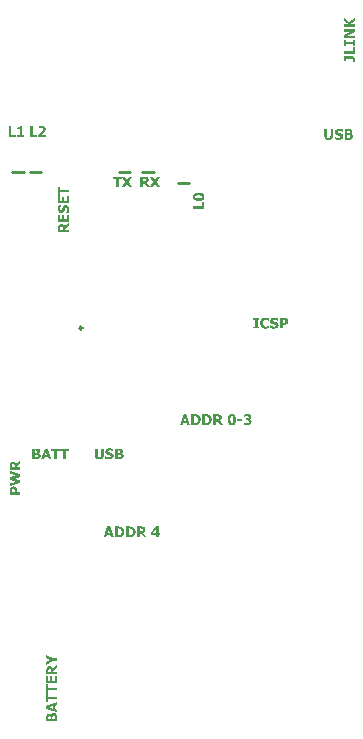
<source format=gto>
G04 Layer_Color=65535*
%FSLAX44Y44*%
%MOMM*%
G71*
G01*
G75*
%ADD39C,0.2500*%
%ADD40C,0.2540*%
G36*
X67000Y39231D02*
X57971D01*
Y45334D01*
X59689D01*
Y41491D01*
X61272D01*
Y45032D01*
X62991D01*
Y41491D01*
X65282D01*
Y45334D01*
X67000D01*
Y39231D01*
D02*
G37*
G36*
Y52457D02*
X63688Y49947D01*
Y49135D01*
X67000D01*
Y46875D01*
X57971D01*
Y50499D01*
Y50510D01*
Y50531D01*
Y50572D01*
Y50624D01*
Y50697D01*
Y50770D01*
X57982Y50947D01*
X57992Y51155D01*
X58013Y51374D01*
X58044Y51593D01*
X58075Y51811D01*
Y51822D01*
Y51832D01*
X58086Y51863D01*
X58096Y51905D01*
X58117Y52009D01*
X58158Y52155D01*
X58211Y52311D01*
X58273Y52488D01*
X58356Y52665D01*
X58460Y52842D01*
Y52853D01*
X58471Y52863D01*
X58513Y52926D01*
X58586Y53009D01*
X58679Y53124D01*
X58794Y53249D01*
X58929Y53374D01*
X59075Y53499D01*
X59252Y53613D01*
X59273Y53623D01*
X59335Y53655D01*
X59439Y53707D01*
X59575Y53759D01*
X59752Y53811D01*
X59960Y53863D01*
X60200Y53894D01*
X60460Y53905D01*
X60564D01*
X60627Y53894D01*
X60720D01*
X60824Y53884D01*
X60929Y53863D01*
X61054Y53842D01*
X61324Y53790D01*
X61606Y53707D01*
X61876Y53592D01*
X62012Y53519D01*
X62137Y53436D01*
X62147D01*
X62168Y53415D01*
X62199Y53384D01*
X62241Y53353D01*
X62366Y53249D01*
X62512Y53103D01*
X62668Y52926D01*
X62845Y52707D01*
X63011Y52467D01*
X63168Y52186D01*
X67000Y55227D01*
Y52457D01*
D02*
G37*
G36*
X63230Y60288D02*
X67000D01*
Y58018D01*
X63345D01*
X57971Y54842D01*
Y57425D01*
X61199Y59195D01*
X57971Y60903D01*
Y63402D01*
X63230Y60288D01*
D02*
G37*
G36*
X59689Y35628D02*
X67000D01*
Y33358D01*
X59689D01*
Y30692D01*
Y28026D01*
X67000D01*
Y25756D01*
X59689D01*
Y23090D01*
X57971D01*
Y30692D01*
Y38294D01*
X59689D01*
Y35628D01*
D02*
G37*
G36*
X36000Y225514D02*
X32688Y223004D01*
Y222192D01*
X36000D01*
Y219932D01*
X26971D01*
Y223556D01*
Y223567D01*
Y223587D01*
Y223629D01*
Y223681D01*
Y223754D01*
Y223827D01*
X26981Y224004D01*
X26992Y224212D01*
X27013Y224431D01*
X27044Y224650D01*
X27075Y224868D01*
Y224879D01*
Y224889D01*
X27086Y224921D01*
X27096Y224962D01*
X27117Y225066D01*
X27159Y225212D01*
X27211Y225368D01*
X27273Y225545D01*
X27356Y225722D01*
X27460Y225899D01*
Y225910D01*
X27471Y225920D01*
X27513Y225983D01*
X27585Y226066D01*
X27679Y226180D01*
X27794Y226306D01*
X27929Y226430D01*
X28075Y226556D01*
X28252Y226670D01*
X28273Y226680D01*
X28335Y226712D01*
X28439Y226764D01*
X28575Y226816D01*
X28752Y226868D01*
X28960Y226920D01*
X29200Y226951D01*
X29460Y226962D01*
X29564D01*
X29627Y226951D01*
X29720D01*
X29825Y226941D01*
X29929Y226920D01*
X30054Y226899D01*
X30324Y226847D01*
X30606Y226764D01*
X30876Y226649D01*
X31012Y226576D01*
X31137Y226493D01*
X31147D01*
X31168Y226472D01*
X31199Y226441D01*
X31241Y226410D01*
X31366Y226306D01*
X31512Y226160D01*
X31668Y225983D01*
X31845Y225764D01*
X32011Y225525D01*
X32168Y225243D01*
X36000Y228284D01*
Y225514D01*
D02*
G37*
G36*
X64417Y14207D02*
X64480D01*
X64646Y14186D01*
X64823Y14154D01*
X65021Y14102D01*
X65230Y14040D01*
X65427Y13957D01*
X65438D01*
X65448Y13946D01*
X65511Y13915D01*
X65605Y13852D01*
X65719Y13779D01*
X65855Y13675D01*
X65990Y13561D01*
X66125Y13425D01*
X66261Y13269D01*
Y13259D01*
X66281Y13248D01*
X66302Y13217D01*
X66323Y13175D01*
X66396Y13071D01*
X66479Y12936D01*
X66583Y12769D01*
X66677Y12582D01*
X66761Y12374D01*
X66833Y12145D01*
Y12134D01*
X66844Y12113D01*
Y12082D01*
X66854Y12040D01*
X66875Y11978D01*
X66885Y11905D01*
X66896Y11822D01*
X66917Y11728D01*
X66927Y11624D01*
X66948Y11499D01*
X66969Y11238D01*
X66990Y10936D01*
X67000Y10603D01*
Y7000D01*
X57971D01*
Y10176D01*
Y10187D01*
Y10218D01*
Y10270D01*
Y10343D01*
Y10426D01*
Y10520D01*
X57982Y10739D01*
X57992Y10989D01*
X58002Y11238D01*
X58023Y11478D01*
X58044Y11582D01*
X58054Y11686D01*
Y11697D01*
Y11707D01*
X58065Y11770D01*
X58086Y11874D01*
X58117Y11999D01*
X58158Y12145D01*
X58221Y12311D01*
X58284Y12478D01*
X58367Y12644D01*
Y12655D01*
X58377Y12665D01*
X58419Y12728D01*
X58471Y12811D01*
X58554Y12915D01*
X58648Y13040D01*
X58773Y13155D01*
X58908Y13269D01*
X59064Y13373D01*
X59085Y13384D01*
X59137Y13415D01*
X59231Y13446D01*
X59356Y13498D01*
X59502Y13540D01*
X59679Y13571D01*
X59866Y13602D01*
X60075Y13613D01*
X60189D01*
X60241Y13602D01*
X60314Y13592D01*
X60470Y13571D01*
X60648Y13530D01*
X60845Y13477D01*
X61054Y13394D01*
X61252Y13280D01*
X61262D01*
X61272Y13269D01*
X61335Y13217D01*
X61428Y13144D01*
X61533Y13040D01*
X61658Y12905D01*
X61783Y12749D01*
X61897Y12572D01*
X62001Y12363D01*
X62053D01*
Y12374D01*
X62064Y12405D01*
X62074Y12447D01*
X62085Y12499D01*
X62105Y12572D01*
X62137Y12655D01*
X62210Y12853D01*
X62303Y13061D01*
X62428Y13290D01*
X62585Y13509D01*
X62772Y13707D01*
X62782Y13717D01*
X62793Y13728D01*
X62824Y13759D01*
X62866Y13790D01*
X62928Y13821D01*
X62991Y13873D01*
X63074Y13915D01*
X63157Y13967D01*
X63261Y14009D01*
X63366Y14061D01*
X63615Y14134D01*
X63907Y14196D01*
X64074Y14207D01*
X64240Y14217D01*
X64355D01*
X64417Y14207D01*
D02*
G37*
G36*
X67000Y20799D02*
X65167Y20236D01*
Y17372D01*
X67000Y16810D01*
Y14540D01*
X57971Y17591D01*
Y20070D01*
X67000Y23131D01*
Y20799D01*
D02*
G37*
G36*
X138867Y172019D02*
X139075Y172008D01*
X139294Y171987D01*
X139512Y171956D01*
X139731Y171925D01*
X139752D01*
X139783Y171914D01*
X139825Y171904D01*
X139929Y171883D01*
X140075Y171842D01*
X140231Y171789D01*
X140408Y171727D01*
X140585Y171644D01*
X140762Y171539D01*
X140772D01*
X140783Y171529D01*
X140845Y171487D01*
X140929Y171415D01*
X141043Y171321D01*
X141168Y171206D01*
X141293Y171071D01*
X141418Y170925D01*
X141533Y170748D01*
X141543Y170727D01*
X141574Y170665D01*
X141626Y170561D01*
X141678Y170425D01*
X141730Y170248D01*
X141783Y170040D01*
X141814Y169800D01*
X141824Y169540D01*
Y169530D01*
Y169498D01*
Y169436D01*
X141814Y169373D01*
Y169280D01*
X141803Y169175D01*
X141783Y169071D01*
X141762Y168946D01*
X141710Y168676D01*
X141626Y168395D01*
X141512Y168124D01*
X141439Y167988D01*
X141356Y167863D01*
Y167853D01*
X141335Y167832D01*
X141304Y167801D01*
X141272Y167759D01*
X141168Y167634D01*
X141022Y167488D01*
X140845Y167332D01*
X140627Y167155D01*
X140387Y166989D01*
X140106Y166832D01*
X143147Y163000D01*
X140377D01*
X137867Y166312D01*
X137055D01*
Y163000D01*
X134795D01*
Y172029D01*
X138690D01*
X138867Y172019D01*
D02*
G37*
G36*
X316563Y570342D02*
X316709Y570332D01*
X316875Y570301D01*
X317063Y570270D01*
X317261Y570218D01*
X317459Y570145D01*
X317469D01*
X317480Y570134D01*
X317542Y570103D01*
X317646Y570061D01*
X317761Y569999D01*
X317906Y569916D01*
X318052Y569811D01*
X318198Y569686D01*
X318344Y569541D01*
X318365Y569520D01*
X318406Y569457D01*
X318479Y569364D01*
X318573Y569239D01*
X318667Y569082D01*
X318771Y568895D01*
X318865Y568697D01*
X318948Y568468D01*
Y568458D01*
X318958Y568437D01*
X318969Y568405D01*
X318979Y568364D01*
X318990Y568301D01*
X319010Y568228D01*
X319021Y568156D01*
X319042Y568062D01*
X319073Y567854D01*
X319104Y567614D01*
X319125Y567343D01*
X319135Y567052D01*
Y567041D01*
Y567020D01*
Y566989D01*
Y566948D01*
Y566833D01*
X319125Y566687D01*
Y566510D01*
X319115Y566323D01*
X319083Y565917D01*
Y565906D01*
Y565896D01*
X319073Y565833D01*
X319062Y565729D01*
X319052Y565604D01*
X319042Y565469D01*
X319021Y565313D01*
X318990Y565156D01*
X318969Y565000D01*
X317125D01*
Y565198D01*
Y565208D01*
X317146Y565250D01*
X317167Y565302D01*
X317198Y565375D01*
X317230Y565458D01*
X317261Y565552D01*
X317334Y565760D01*
Y565771D01*
X317344Y565812D01*
X317365Y565885D01*
X317375Y565969D01*
X317396Y566083D01*
X317417Y566208D01*
X317428Y566364D01*
Y566531D01*
Y566541D01*
Y566562D01*
Y566583D01*
Y566625D01*
X317417Y566739D01*
X317407Y566864D01*
X317386Y567020D01*
X317355Y567166D01*
X317313Y567312D01*
X317261Y567447D01*
X317250Y567458D01*
X317230Y567500D01*
X317188Y567562D01*
X317136Y567625D01*
X317073Y567697D01*
X316990Y567781D01*
X316896Y567843D01*
X316792Y567906D01*
X316782Y567916D01*
X316740Y567926D01*
X316678Y567958D01*
X316594Y567979D01*
X316490Y568010D01*
X316376Y568031D01*
X316240Y568051D01*
X316105Y568062D01*
X316032D01*
X315959Y568072D01*
X315720D01*
X315563Y568083D01*
X311616D01*
Y566021D01*
X309971D01*
Y570353D01*
X316449D01*
X316563Y570342D01*
D02*
G37*
G36*
X319000Y572113D02*
X309971D01*
Y574383D01*
X317282D01*
Y578143D01*
X319000D01*
Y572113D01*
D02*
G37*
G36*
X128525Y172019D02*
X128765D01*
X129036Y171998D01*
X129338Y171977D01*
X129650Y171946D01*
X129963Y171904D01*
X129973D01*
X130004Y171894D01*
X130046D01*
X130108Y171873D01*
X130181Y171862D01*
X130265Y171842D01*
X130358Y171810D01*
X130473Y171779D01*
X130712Y171706D01*
X130973Y171602D01*
X131244Y171467D01*
X131525Y171310D01*
X131535Y171300D01*
X131566Y171290D01*
X131608Y171248D01*
X131671Y171206D01*
X131743Y171154D01*
X131837Y171081D01*
X131931Y170998D01*
X132035Y170904D01*
X132150Y170800D01*
X132264Y170686D01*
X132379Y170561D01*
X132493Y170425D01*
X132608Y170279D01*
X132722Y170123D01*
X132931Y169779D01*
X132941Y169769D01*
X132951Y169738D01*
X132983Y169686D01*
X133014Y169613D01*
X133056Y169519D01*
X133097Y169405D01*
X133139Y169280D01*
X133191Y169134D01*
X133243Y168967D01*
X133285Y168801D01*
X133326Y168613D01*
X133368Y168405D01*
X133399Y168197D01*
X133431Y167978D01*
X133441Y167738D01*
X133451Y167499D01*
Y167488D01*
Y167447D01*
Y167374D01*
X133441Y167291D01*
X133431Y167176D01*
X133420Y167051D01*
X133410Y166905D01*
X133378Y166749D01*
X133358Y166572D01*
X133316Y166395D01*
X133222Y166010D01*
X133160Y165822D01*
X133087Y165624D01*
X132993Y165427D01*
X132899Y165239D01*
X132889Y165229D01*
X132879Y165197D01*
X132847Y165145D01*
X132795Y165072D01*
X132743Y164989D01*
X132681Y164895D01*
X132608Y164791D01*
X132514Y164677D01*
X132316Y164427D01*
X132077Y164177D01*
X131806Y163927D01*
X131660Y163812D01*
X131504Y163708D01*
X131494D01*
X131473Y163687D01*
X131431Y163666D01*
X131379Y163635D01*
X131316Y163604D01*
X131233Y163562D01*
X131150Y163510D01*
X131046Y163469D01*
X130817Y163365D01*
X130556Y163271D01*
X130265Y163188D01*
X129963Y163125D01*
X129921D01*
X129879Y163115D01*
X129817Y163104D01*
X129744Y163094D01*
X129650Y163083D01*
X129546Y163073D01*
X129432Y163062D01*
X129307Y163052D01*
X129171Y163042D01*
X128880Y163021D01*
X128557Y163010D01*
X128213Y163000D01*
X125391D01*
Y172029D01*
X128432D01*
X128525Y172019D01*
D02*
G37*
G36*
X152957Y166728D02*
X154175D01*
Y165104D01*
X152957D01*
Y162979D01*
X150759D01*
Y165104D01*
X146792D01*
Y166780D01*
X150687Y172029D01*
X152957D01*
Y166728D01*
D02*
G37*
G36*
X115091Y163000D02*
X112759D01*
X112196Y164833D01*
X109333D01*
X108770Y163000D01*
X106500D01*
X109551Y172029D01*
X112030D01*
X115091Y163000D01*
D02*
G37*
G36*
X119122Y172019D02*
X119361D01*
X119632Y171998D01*
X119934Y171977D01*
X120246Y171946D01*
X120559Y171904D01*
X120569D01*
X120601Y171894D01*
X120642D01*
X120705Y171873D01*
X120778Y171862D01*
X120861Y171842D01*
X120955Y171810D01*
X121069Y171779D01*
X121309Y171706D01*
X121569Y171602D01*
X121840Y171467D01*
X122121Y171310D01*
X122131Y171300D01*
X122163Y171290D01*
X122204Y171248D01*
X122267Y171206D01*
X122340Y171154D01*
X122433Y171081D01*
X122527Y170998D01*
X122631Y170904D01*
X122746Y170800D01*
X122860Y170686D01*
X122975Y170561D01*
X123089Y170425D01*
X123204Y170279D01*
X123319Y170123D01*
X123527Y169779D01*
X123537Y169769D01*
X123548Y169738D01*
X123579Y169686D01*
X123610Y169613D01*
X123652Y169519D01*
X123694Y169405D01*
X123735Y169280D01*
X123787Y169134D01*
X123839Y168967D01*
X123881Y168801D01*
X123923Y168613D01*
X123964Y168405D01*
X123996Y168197D01*
X124027Y167978D01*
X124037Y167738D01*
X124047Y167499D01*
Y167488D01*
Y167447D01*
Y167374D01*
X124037Y167291D01*
X124027Y167176D01*
X124016Y167051D01*
X124006Y166905D01*
X123975Y166749D01*
X123954Y166572D01*
X123912Y166395D01*
X123818Y166010D01*
X123756Y165822D01*
X123683Y165624D01*
X123589Y165427D01*
X123496Y165239D01*
X123485Y165229D01*
X123475Y165197D01*
X123443Y165145D01*
X123391Y165072D01*
X123339Y164989D01*
X123277Y164895D01*
X123204Y164791D01*
X123110Y164677D01*
X122912Y164427D01*
X122673Y164177D01*
X122402Y163927D01*
X122256Y163812D01*
X122100Y163708D01*
X122090D01*
X122069Y163687D01*
X122027Y163666D01*
X121975Y163635D01*
X121913Y163604D01*
X121829Y163562D01*
X121746Y163510D01*
X121642Y163469D01*
X121413Y163365D01*
X121152Y163271D01*
X120861Y163188D01*
X120559Y163125D01*
X120517D01*
X120476Y163115D01*
X120413Y163104D01*
X120340Y163094D01*
X120246Y163083D01*
X120142Y163073D01*
X120028Y163062D01*
X119903Y163052D01*
X119767Y163042D01*
X119476Y163021D01*
X119153Y163010D01*
X118809Y163000D01*
X115987D01*
Y172029D01*
X119028D01*
X119122Y172019D01*
D02*
G37*
G36*
X36000Y216527D02*
Y214038D01*
X30418Y212580D01*
X36000Y211174D01*
Y208685D01*
X26971Y206404D01*
Y208748D01*
X33032Y209997D01*
X26971Y211518D01*
Y213767D01*
X33053Y215215D01*
X26971Y216527D01*
Y218818D01*
X36000Y216527D01*
D02*
G37*
G36*
X203367Y267019D02*
X203575Y267008D01*
X203794Y266987D01*
X204012Y266956D01*
X204231Y266925D01*
X204252D01*
X204283Y266914D01*
X204325Y266904D01*
X204429Y266883D01*
X204575Y266842D01*
X204731Y266789D01*
X204908Y266727D01*
X205085Y266644D01*
X205262Y266539D01*
X205273D01*
X205283Y266529D01*
X205345Y266487D01*
X205429Y266415D01*
X205543Y266321D01*
X205668Y266206D01*
X205793Y266071D01*
X205918Y265925D01*
X206033Y265748D01*
X206043Y265727D01*
X206074Y265665D01*
X206126Y265561D01*
X206178Y265425D01*
X206231Y265248D01*
X206283Y265040D01*
X206314Y264800D01*
X206324Y264540D01*
Y264530D01*
Y264498D01*
Y264436D01*
X206314Y264373D01*
Y264280D01*
X206303Y264175D01*
X206283Y264071D01*
X206262Y263946D01*
X206210Y263676D01*
X206126Y263394D01*
X206012Y263124D01*
X205939Y262988D01*
X205856Y262863D01*
Y262853D01*
X205835Y262832D01*
X205804Y262801D01*
X205772Y262759D01*
X205668Y262634D01*
X205522Y262488D01*
X205345Y262332D01*
X205127Y262155D01*
X204887Y261989D01*
X204606Y261832D01*
X207647Y258000D01*
X204877D01*
X202367Y261312D01*
X201555D01*
Y258000D01*
X199295D01*
Y267029D01*
X203190D01*
X203367Y267019D01*
D02*
G37*
G36*
X228329Y267206D02*
X228527Y267196D01*
X228746Y267185D01*
X228975Y267154D01*
X229214Y267123D01*
X229443Y267071D01*
X229454D01*
X229475Y267060D01*
X229506D01*
X229548Y267050D01*
X229652Y267019D01*
X229797Y266966D01*
X229954Y266914D01*
X230120Y266842D01*
X230287Y266758D01*
X230453Y266664D01*
X230464D01*
X230474Y266654D01*
X230526Y266612D01*
X230610Y266550D01*
X230714Y266467D01*
X230818Y266362D01*
X230933Y266248D01*
X231047Y266102D01*
X231141Y265946D01*
X231151Y265925D01*
X231182Y265873D01*
X231214Y265779D01*
X231266Y265654D01*
X231308Y265508D01*
X231339Y265342D01*
X231370Y265154D01*
X231380Y264956D01*
Y264946D01*
Y264925D01*
Y264884D01*
X231370Y264832D01*
Y264759D01*
X231360Y264686D01*
X231328Y264498D01*
X231276Y264290D01*
X231193Y264061D01*
X231078Y263832D01*
X231016Y263717D01*
X230933Y263603D01*
Y263592D01*
X230912Y263582D01*
X230891Y263551D01*
X230849Y263509D01*
X230756Y263415D01*
X230620Y263301D01*
X230453Y263176D01*
X230245Y263051D01*
X230016Y262947D01*
X229756Y262863D01*
Y262780D01*
X229766D01*
X229808Y262770D01*
X229870Y262759D01*
X229954Y262738D01*
X230047Y262717D01*
X230152Y262686D01*
X230381Y262613D01*
X230391D01*
X230433Y262593D01*
X230495Y262561D01*
X230578Y262520D01*
X230662Y262468D01*
X230766Y262405D01*
X230881Y262332D01*
X230985Y262239D01*
X230995Y262228D01*
X231026Y262197D01*
X231078Y262145D01*
X231141Y262072D01*
X231214Y261989D01*
X231287Y261874D01*
X231360Y261759D01*
X231432Y261624D01*
X231443Y261603D01*
X231464Y261562D01*
X231495Y261478D01*
X231526Y261374D01*
X231557Y261239D01*
X231589Y261093D01*
X231609Y260926D01*
X231620Y260739D01*
Y260728D01*
Y260708D01*
Y260676D01*
Y260624D01*
X231609Y260572D01*
Y260499D01*
X231589Y260333D01*
X231557Y260145D01*
X231516Y259947D01*
X231453Y259729D01*
X231370Y259520D01*
Y259510D01*
X231360Y259500D01*
X231349Y259468D01*
X231328Y259427D01*
X231266Y259333D01*
X231182Y259198D01*
X231089Y259052D01*
X230964Y258906D01*
X230818Y258739D01*
X230651Y258594D01*
X230641D01*
X230631Y258573D01*
X230568Y258531D01*
X230464Y258469D01*
X230329Y258385D01*
X230162Y258292D01*
X229974Y258187D01*
X229756Y258094D01*
X229527Y258010D01*
X229516D01*
X229495Y258000D01*
X229464Y257990D01*
X229412Y257979D01*
X229350Y257969D01*
X229277Y257948D01*
X229183Y257927D01*
X229089Y257917D01*
X228975Y257896D01*
X228860Y257875D01*
X228589Y257844D01*
X228277Y257823D01*
X227944Y257812D01*
X227767D01*
X227673Y257823D01*
X227454D01*
X227319Y257833D01*
X227038Y257854D01*
X226736Y257885D01*
X226423Y257927D01*
X226132Y257990D01*
X226121D01*
X226101Y258000D01*
X226059Y258010D01*
X226007Y258021D01*
X225944Y258031D01*
X225871Y258052D01*
X225694Y258104D01*
X225507Y258156D01*
X225299Y258219D01*
X225101Y258292D01*
X224913Y258375D01*
Y260343D01*
X225132D01*
X225142Y260333D01*
X225174Y260312D01*
X225215Y260291D01*
X225319Y260229D01*
X225455Y260156D01*
X225632Y260062D01*
X225830Y259968D01*
X226059Y259874D01*
X226298Y259781D01*
X226309D01*
X226330Y259770D01*
X226361Y259760D01*
X226413Y259750D01*
X226475Y259729D01*
X226538Y259708D01*
X226705Y259666D01*
X226892Y259625D01*
X227100Y259583D01*
X227319Y259562D01*
X227527Y259552D01*
X227652D01*
X227736Y259562D01*
X227840D01*
X227965Y259573D01*
X228090Y259583D01*
X228235Y259604D01*
X228256D01*
X228298Y259614D01*
X228371Y259635D01*
X228464Y259656D01*
X228569Y259697D01*
X228683Y259739D01*
X228787Y259802D01*
X228891Y259864D01*
X228902Y259874D01*
X228923Y259895D01*
X228964Y259927D01*
X229016Y259968D01*
X229121Y260083D01*
X229225Y260229D01*
X229235Y260239D01*
X229245Y260270D01*
X229266Y260322D01*
X229287Y260395D01*
X229308Y260489D01*
X229329Y260593D01*
X229350Y260728D01*
Y260874D01*
Y260895D01*
Y260937D01*
X229339Y261010D01*
X229329Y261103D01*
X229308Y261208D01*
X229277Y261312D01*
X229235Y261405D01*
X229173Y261499D01*
X229162Y261509D01*
X229141Y261530D01*
X229100Y261572D01*
X229048Y261624D01*
X228975Y261676D01*
X228891Y261728D01*
X228798Y261770D01*
X228694Y261812D01*
X228683D01*
X228641Y261832D01*
X228579Y261843D01*
X228496Y261864D01*
X228391Y261884D01*
X228277Y261905D01*
X228142Y261916D01*
X227996Y261926D01*
X227923D01*
X227850Y261936D01*
X227642D01*
X227517Y261947D01*
X226892D01*
Y263519D01*
X227496D01*
X227610Y263530D01*
X227736D01*
X227996Y263551D01*
X228017D01*
X228058Y263561D01*
X228121Y263571D01*
X228204Y263582D01*
X228298Y263603D01*
X228391Y263624D01*
X228496Y263655D01*
X228589Y263696D01*
X228600Y263707D01*
X228631Y263717D01*
X228673Y263748D01*
X228725Y263780D01*
X228850Y263884D01*
X228964Y264019D01*
X228975Y264030D01*
X228985Y264061D01*
X229006Y264103D01*
X229037Y264165D01*
X229069Y264248D01*
X229089Y264342D01*
X229100Y264446D01*
X229110Y264571D01*
Y264582D01*
Y264623D01*
X229100Y264665D01*
X229089Y264738D01*
X229058Y264884D01*
X229016Y264956D01*
X228975Y265019D01*
X228964Y265029D01*
X228954Y265050D01*
X228923Y265082D01*
X228891Y265123D01*
X228787Y265207D01*
X228662Y265290D01*
X228652Y265300D01*
X228621Y265311D01*
X228579Y265331D01*
X228517Y265352D01*
X228444Y265373D01*
X228360Y265404D01*
X228152Y265436D01*
X228142D01*
X228100Y265446D01*
X228048D01*
X227985Y265456D01*
X227819Y265467D01*
X227652Y265477D01*
X227527D01*
X227444Y265467D01*
X227340Y265456D01*
X227225Y265446D01*
X226975Y265394D01*
X226965D01*
X226913Y265383D01*
X226850Y265363D01*
X226767Y265342D01*
X226663Y265311D01*
X226548Y265269D01*
X226298Y265186D01*
X226288D01*
X226257Y265165D01*
X226205Y265144D01*
X226142Y265123D01*
X226059Y265082D01*
X225965Y265040D01*
X225767Y264936D01*
X225757Y264925D01*
X225726Y264915D01*
X225674Y264884D01*
X225611Y264852D01*
X225476Y264769D01*
X225413Y264738D01*
X225361Y264707D01*
X225174D01*
Y266644D01*
X225184D01*
X225194Y266654D01*
X225257Y266675D01*
X225361Y266716D01*
X225507Y266769D01*
X225684Y266821D01*
X225892Y266894D01*
X226142Y266956D01*
X226423Y267029D01*
X226434D01*
X226455Y267039D01*
X226507Y267050D01*
X226559Y267060D01*
X226632Y267071D01*
X226715Y267091D01*
X226819Y267102D01*
X226923Y267123D01*
X227173Y267154D01*
X227444Y267185D01*
X227736Y267206D01*
X228048Y267216D01*
X228256D01*
X228329Y267206D01*
D02*
G37*
G36*
X223622Y261155D02*
X219602D01*
Y262832D01*
X223622D01*
Y261155D01*
D02*
G37*
G36*
X193026Y267019D02*
X193265D01*
X193536Y266998D01*
X193838Y266977D01*
X194150Y266946D01*
X194463Y266904D01*
X194473D01*
X194504Y266894D01*
X194546D01*
X194608Y266873D01*
X194681Y266862D01*
X194765Y266842D01*
X194858Y266810D01*
X194973Y266779D01*
X195212Y266706D01*
X195473Y266602D01*
X195744Y266467D01*
X196025Y266310D01*
X196035Y266300D01*
X196066Y266290D01*
X196108Y266248D01*
X196171Y266206D01*
X196243Y266154D01*
X196337Y266081D01*
X196431Y265998D01*
X196535Y265904D01*
X196650Y265800D01*
X196764Y265686D01*
X196879Y265561D01*
X196993Y265425D01*
X197108Y265279D01*
X197222Y265123D01*
X197431Y264779D01*
X197441Y264769D01*
X197451Y264738D01*
X197483Y264686D01*
X197514Y264613D01*
X197556Y264519D01*
X197597Y264405D01*
X197639Y264280D01*
X197691Y264134D01*
X197743Y263967D01*
X197785Y263801D01*
X197826Y263613D01*
X197868Y263405D01*
X197899Y263197D01*
X197931Y262978D01*
X197941Y262738D01*
X197951Y262499D01*
Y262488D01*
Y262447D01*
Y262374D01*
X197941Y262291D01*
X197931Y262176D01*
X197920Y262051D01*
X197910Y261905D01*
X197878Y261749D01*
X197858Y261572D01*
X197816Y261395D01*
X197722Y261010D01*
X197660Y260822D01*
X197587Y260624D01*
X197493Y260427D01*
X197400Y260239D01*
X197389Y260229D01*
X197379Y260197D01*
X197347Y260145D01*
X197295Y260072D01*
X197243Y259989D01*
X197181Y259895D01*
X197108Y259791D01*
X197014Y259677D01*
X196816Y259427D01*
X196577Y259177D01*
X196306Y258927D01*
X196160Y258812D01*
X196004Y258708D01*
X195994D01*
X195973Y258687D01*
X195931Y258666D01*
X195879Y258635D01*
X195817Y258604D01*
X195733Y258562D01*
X195650Y258510D01*
X195546Y258469D01*
X195317Y258365D01*
X195056Y258271D01*
X194765Y258187D01*
X194463Y258125D01*
X194421D01*
X194379Y258114D01*
X194317Y258104D01*
X194244Y258094D01*
X194150Y258083D01*
X194046Y258073D01*
X193932Y258062D01*
X193807Y258052D01*
X193671Y258042D01*
X193380Y258021D01*
X193057Y258010D01*
X192713Y258000D01*
X189891D01*
Y267029D01*
X192932D01*
X193026Y267019D01*
D02*
G37*
G36*
X215228Y267206D02*
X215322Y267196D01*
X215426D01*
X215541Y267175D01*
X215801Y267143D01*
X216072Y267081D01*
X216343Y267008D01*
X216603Y266904D01*
X216613D01*
X216634Y266894D01*
X216665Y266873D01*
X216717Y266852D01*
X216832Y266779D01*
X216988Y266675D01*
X217155Y266550D01*
X217332Y266394D01*
X217509Y266206D01*
X217675Y265987D01*
Y265977D01*
X217696Y265956D01*
X217717Y265925D01*
X217748Y265883D01*
X217780Y265821D01*
X217821Y265758D01*
X217863Y265675D01*
X217905Y265581D01*
X218009Y265373D01*
X218102Y265123D01*
X218196Y264832D01*
X218279Y264519D01*
Y264509D01*
X218290Y264478D01*
X218300Y264436D01*
X218311Y264363D01*
X218321Y264280D01*
X218342Y264186D01*
X218352Y264071D01*
X218373Y263946D01*
X218394Y263801D01*
X218405Y263655D01*
X218425Y263488D01*
X218436Y263311D01*
X218457Y262936D01*
X218467Y262520D01*
Y262509D01*
Y262468D01*
Y262405D01*
Y262322D01*
X218457Y262218D01*
Y262103D01*
X218446Y261968D01*
Y261822D01*
X218415Y261499D01*
X218384Y261155D01*
X218332Y260801D01*
X218269Y260458D01*
Y260447D01*
X218259Y260416D01*
X218248Y260374D01*
X218238Y260312D01*
X218217Y260239D01*
X218186Y260156D01*
X218123Y259947D01*
X218040Y259718D01*
X217936Y259479D01*
X217821Y259229D01*
X217675Y259000D01*
Y258989D01*
X217655Y258979D01*
X217634Y258948D01*
X217603Y258906D01*
X217509Y258792D01*
X217384Y258666D01*
X217228Y258521D01*
X217040Y258375D01*
X216832Y258229D01*
X216593Y258104D01*
X216582D01*
X216561Y258094D01*
X216530Y258073D01*
X216478Y258062D01*
X216415Y258042D01*
X216332Y258010D01*
X216249Y257990D01*
X216145Y257958D01*
X216030Y257927D01*
X215916Y257906D01*
X215634Y257854D01*
X215322Y257823D01*
X214978Y257812D01*
X214822D01*
X214739Y257823D01*
X214645Y257833D01*
X214531D01*
X214416Y257854D01*
X214166Y257885D01*
X213885Y257938D01*
X213614Y258010D01*
X213354Y258104D01*
X213343D01*
X213323Y258114D01*
X213291Y258135D01*
X213250Y258156D01*
X213125Y258229D01*
X212968Y258333D01*
X212802Y258458D01*
X212625Y258614D01*
X212437Y258802D01*
X212271Y259010D01*
Y259021D01*
X212250Y259041D01*
X212229Y259073D01*
X212208Y259114D01*
X212167Y259177D01*
X212135Y259239D01*
X212094Y259323D01*
X212042Y259416D01*
X211948Y259625D01*
X211854Y259874D01*
X211760Y260156D01*
X211677Y260468D01*
Y260478D01*
X211667Y260510D01*
X211656Y260562D01*
X211646Y260624D01*
X211635Y260708D01*
X211615Y260812D01*
X211604Y260926D01*
X211583Y261051D01*
X211562Y261197D01*
X211552Y261353D01*
X211531Y261520D01*
X211521Y261697D01*
X211500Y262082D01*
X211490Y262509D01*
Y262520D01*
Y262561D01*
Y262624D01*
Y262707D01*
X211500Y262811D01*
Y262936D01*
Y263072D01*
X211510Y263217D01*
X211531Y263530D01*
X211562Y263874D01*
X211604Y264217D01*
X211667Y264550D01*
Y264561D01*
X211677Y264592D01*
X211688Y264634D01*
X211708Y264696D01*
X211719Y264769D01*
X211750Y264852D01*
X211812Y265050D01*
X211906Y265279D01*
X212010Y265529D01*
X212135Y265779D01*
X212292Y266019D01*
Y266029D01*
X212312Y266050D01*
X212333Y266081D01*
X212364Y266123D01*
X212458Y266227D01*
X212583Y266362D01*
X212739Y266508D01*
X212927Y266654D01*
X213135Y266789D01*
X213375Y266914D01*
X213385D01*
X213406Y266925D01*
X213447Y266946D01*
X213500Y266966D01*
X213562Y266987D01*
X213635Y267008D01*
X213729Y267039D01*
X213833Y267071D01*
X213937Y267091D01*
X214062Y267123D01*
X214333Y267175D01*
X214645Y267206D01*
X214978Y267216D01*
X215145D01*
X215228Y267206D01*
D02*
G37*
G36*
X179592Y258000D02*
X177259D01*
X176696Y259833D01*
X173833D01*
X173270Y258000D01*
X171000D01*
X174051Y267029D01*
X176530D01*
X179592Y258000D01*
D02*
G37*
G36*
X183622Y267019D02*
X183861D01*
X184132Y266998D01*
X184434Y266977D01*
X184746Y266946D01*
X185059Y266904D01*
X185069D01*
X185100Y266894D01*
X185142D01*
X185205Y266873D01*
X185278Y266862D01*
X185361Y266842D01*
X185455Y266810D01*
X185569Y266779D01*
X185809Y266706D01*
X186069Y266602D01*
X186340Y266467D01*
X186621Y266310D01*
X186631Y266300D01*
X186663Y266290D01*
X186704Y266248D01*
X186767Y266206D01*
X186840Y266154D01*
X186933Y266081D01*
X187027Y265998D01*
X187131Y265904D01*
X187246Y265800D01*
X187360Y265686D01*
X187475Y265561D01*
X187589Y265425D01*
X187704Y265279D01*
X187819Y265123D01*
X188027Y264779D01*
X188037Y264769D01*
X188048Y264738D01*
X188079Y264686D01*
X188110Y264613D01*
X188152Y264519D01*
X188193Y264405D01*
X188235Y264280D01*
X188287Y264134D01*
X188339Y263967D01*
X188381Y263801D01*
X188423Y263613D01*
X188464Y263405D01*
X188496Y263197D01*
X188527Y262978D01*
X188537Y262738D01*
X188548Y262499D01*
Y262488D01*
Y262447D01*
Y262374D01*
X188537Y262291D01*
X188527Y262176D01*
X188516Y262051D01*
X188506Y261905D01*
X188475Y261749D01*
X188454Y261572D01*
X188412Y261395D01*
X188319Y261010D01*
X188256Y260822D01*
X188183Y260624D01*
X188089Y260427D01*
X187996Y260239D01*
X187985Y260229D01*
X187975Y260197D01*
X187944Y260145D01*
X187892Y260072D01*
X187839Y259989D01*
X187777Y259895D01*
X187704Y259791D01*
X187610Y259677D01*
X187412Y259427D01*
X187173Y259177D01*
X186902Y258927D01*
X186756Y258812D01*
X186600Y258708D01*
X186590D01*
X186569Y258687D01*
X186527Y258666D01*
X186475Y258635D01*
X186413Y258604D01*
X186329Y258562D01*
X186246Y258510D01*
X186142Y258469D01*
X185913Y258365D01*
X185653Y258271D01*
X185361Y258187D01*
X185059Y258125D01*
X185017D01*
X184976Y258114D01*
X184913Y258104D01*
X184840Y258094D01*
X184746Y258083D01*
X184642Y258073D01*
X184528Y258062D01*
X184403Y258052D01*
X184267Y258042D01*
X183976Y258021D01*
X183653Y258010D01*
X183309Y258000D01*
X180487D01*
Y267029D01*
X183528D01*
X183622Y267019D01*
D02*
G37*
G36*
X106571Y232260D02*
Y232239D01*
Y232187D01*
X106561Y232103D01*
Y231989D01*
X106540Y231843D01*
X106519Y231687D01*
X106488Y231510D01*
X106456Y231312D01*
X106404Y231114D01*
X106342Y230906D01*
X106259Y230687D01*
X106165Y230479D01*
X106061Y230271D01*
X105925Y230062D01*
X105779Y229875D01*
X105613Y229698D01*
X105603Y229687D01*
X105571Y229656D01*
X105509Y229614D01*
X105436Y229562D01*
X105332Y229489D01*
X105207Y229417D01*
X105071Y229333D01*
X104905Y229260D01*
X104707Y229177D01*
X104499Y229094D01*
X104270Y229021D01*
X104009Y228948D01*
X103738Y228896D01*
X103436Y228854D01*
X103124Y228823D01*
X102780Y228813D01*
X102697D01*
X102603Y228823D01*
X102478D01*
X102332Y228844D01*
X102155Y228854D01*
X101958Y228885D01*
X101749Y228927D01*
X101520Y228969D01*
X101291Y229031D01*
X101062Y229094D01*
X100833Y229177D01*
X100604Y229281D01*
X100385Y229396D01*
X100177Y229531D01*
X99979Y229687D01*
X99969Y229698D01*
X99937Y229729D01*
X99885Y229781D01*
X99823Y229854D01*
X99750Y229937D01*
X99667Y230052D01*
X99583Y230187D01*
X99489Y230333D01*
X99396Y230510D01*
X99312Y230697D01*
X99229Y230916D01*
X99156Y231145D01*
X99094Y231395D01*
X99042Y231666D01*
X99010Y231947D01*
X99000Y232260D01*
Y238029D01*
X101270D01*
Y232384D01*
Y232374D01*
Y232343D01*
Y232291D01*
X101281Y232228D01*
Y232155D01*
X101291Y232062D01*
X101312Y231864D01*
X101354Y231635D01*
X101416Y231406D01*
X101510Y231176D01*
X101562Y231083D01*
X101624Y230989D01*
X101645Y230968D01*
X101697Y230916D01*
X101781Y230843D01*
X101905Y230760D01*
X102062Y230677D01*
X102260Y230604D01*
X102499Y230552D01*
X102634Y230541D01*
X102780Y230531D01*
X102853D01*
X102905Y230541D01*
X102968D01*
X103051Y230552D01*
X103218Y230583D01*
X103405Y230635D01*
X103593Y230718D01*
X103770Y230822D01*
X103926Y230968D01*
Y230979D01*
X103947Y230989D01*
X103957Y231020D01*
X103988Y231052D01*
X104009Y231104D01*
X104040Y231166D01*
X104082Y231229D01*
X104113Y231312D01*
X104144Y231406D01*
X104186Y231510D01*
X104217Y231624D01*
X104238Y231760D01*
X104270Y231895D01*
X104280Y232041D01*
X104301Y232208D01*
Y232384D01*
Y238029D01*
X106571D01*
Y232260D01*
D02*
G37*
G36*
X111924Y238185D02*
X112017D01*
X112132Y238175D01*
X112372Y238154D01*
X112642Y238123D01*
X112934Y238081D01*
X113225Y238029D01*
X113236D01*
X113257Y238018D01*
X113309Y238008D01*
X113361Y237998D01*
X113434Y237977D01*
X113517Y237966D01*
X113705Y237914D01*
X113934Y237852D01*
X114173Y237769D01*
X114423Y237685D01*
X114663Y237581D01*
Y235530D01*
X114444D01*
X114434Y235550D01*
X114402Y235571D01*
X114361Y235602D01*
X114256Y235675D01*
X114111Y235779D01*
X113934Y235894D01*
X113725Y236009D01*
X113486Y236134D01*
X113225Y236248D01*
X113215D01*
X113194Y236259D01*
X113153Y236279D01*
X113101Y236300D01*
X113038Y236321D01*
X112955Y236342D01*
X112872Y236373D01*
X112767Y236404D01*
X112549Y236456D01*
X112299Y236509D01*
X112028Y236540D01*
X111747Y236550D01*
X111643D01*
X111570Y236540D01*
X111486D01*
X111393Y236529D01*
X111205Y236498D01*
X111195D01*
X111164Y236488D01*
X111122Y236477D01*
X111059Y236467D01*
X110986Y236446D01*
X110903Y236415D01*
X110716Y236342D01*
X110705D01*
X110684Y236321D01*
X110643Y236300D01*
X110591Y236269D01*
X110466Y236175D01*
X110341Y236050D01*
X110330Y236040D01*
X110320Y236019D01*
X110299Y235977D01*
X110268Y235925D01*
X110237Y235863D01*
X110216Y235790D01*
X110205Y235707D01*
X110195Y235623D01*
Y235613D01*
Y235571D01*
X110205Y235509D01*
X110226Y235425D01*
X110258Y235342D01*
X110299Y235248D01*
X110351Y235155D01*
X110435Y235071D01*
X110445Y235061D01*
X110487Y235040D01*
X110549Y234998D01*
X110643Y234957D01*
X110778Y234894D01*
X110945Y234832D01*
X111143Y234769D01*
X111257Y234738D01*
X111382Y234707D01*
X111403D01*
X111466Y234686D01*
X111549Y234665D01*
X111663Y234644D01*
X111799Y234613D01*
X111945Y234582D01*
X112257Y234509D01*
X112278D01*
X112330Y234488D01*
X112413Y234467D01*
X112528Y234436D01*
X112663Y234405D01*
X112819Y234353D01*
X112986Y234301D01*
X113163Y234238D01*
X113174D01*
X113205Y234228D01*
X113257Y234207D01*
X113319Y234176D01*
X113392Y234144D01*
X113486Y234103D01*
X113694Y233999D01*
X113913Y233863D01*
X114152Y233707D01*
X114371Y233530D01*
X114465Y233426D01*
X114558Y233322D01*
X114569Y233311D01*
X114579Y233291D01*
X114600Y233259D01*
X114631Y233218D01*
X114663Y233166D01*
X114704Y233093D01*
X114746Y233009D01*
X114788Y232916D01*
X114829Y232812D01*
X114871Y232697D01*
X114944Y232447D01*
X114996Y232145D01*
X115017Y231978D01*
Y231812D01*
Y231801D01*
Y231749D01*
X115006Y231687D01*
X114996Y231593D01*
X114986Y231479D01*
X114965Y231343D01*
X114923Y231197D01*
X114881Y231041D01*
X114829Y230864D01*
X114756Y230697D01*
X114673Y230510D01*
X114569Y230333D01*
X114444Y230156D01*
X114309Y229979D01*
X114142Y229802D01*
X113954Y229646D01*
X113944Y229635D01*
X113902Y229614D01*
X113840Y229573D01*
X113757Y229521D01*
X113652Y229458D01*
X113527Y229385D01*
X113371Y229312D01*
X113194Y229240D01*
X113007Y229167D01*
X112788Y229094D01*
X112549Y229021D01*
X112299Y228958D01*
X112028Y228906D01*
X111736Y228865D01*
X111424Y228844D01*
X111091Y228833D01*
X110914D01*
X110830Y228844D01*
X110726D01*
X110601Y228854D01*
X110476D01*
X110195Y228885D01*
X109883Y228917D01*
X109570Y228969D01*
X109268Y229031D01*
X109258D01*
X109237Y229042D01*
X109195Y229052D01*
X109133Y229062D01*
X109070Y229083D01*
X108987Y229115D01*
X108893Y229135D01*
X108800Y229167D01*
X108570Y229240D01*
X108331Y229323D01*
X108071Y229417D01*
X107821Y229521D01*
Y231676D01*
X108019D01*
X108029Y231666D01*
X108050Y231656D01*
X108091Y231624D01*
X108133Y231583D01*
X108196Y231531D01*
X108279Y231479D01*
X108362Y231416D01*
X108456Y231343D01*
X108685Y231197D01*
X108935Y231052D01*
X109206Y230906D01*
X109508Y230781D01*
X109518D01*
X109549Y230770D01*
X109591Y230750D01*
X109654Y230739D01*
X109726Y230708D01*
X109810Y230687D01*
X109903Y230656D01*
X110018Y230635D01*
X110258Y230572D01*
X110528Y230531D01*
X110809Y230489D01*
X111101Y230479D01*
X111184D01*
X111236Y230489D01*
X111309D01*
X111403Y230500D01*
X111497Y230510D01*
X111611Y230520D01*
X111622D01*
X111663Y230531D01*
X111726Y230541D01*
X111799Y230552D01*
X111965Y230593D01*
X112049Y230614D01*
X112122Y230645D01*
X112132D01*
X112163Y230666D01*
X112205Y230687D01*
X112267Y230718D01*
X112392Y230812D01*
X112528Y230937D01*
X112538Y230947D01*
X112559Y230968D01*
X112580Y231010D01*
X112611Y231072D01*
X112642Y231135D01*
X112674Y231218D01*
X112684Y231322D01*
X112694Y231427D01*
Y231437D01*
Y231489D01*
X112684Y231551D01*
X112663Y231624D01*
X112632Y231708D01*
X112580Y231801D01*
X112517Y231895D01*
X112424Y231978D01*
X112413Y231989D01*
X112372Y232010D01*
X112319Y232051D01*
X112247Y232103D01*
X112153Y232155D01*
X112038Y232208D01*
X111924Y232249D01*
X111788Y232291D01*
X111768Y232301D01*
X111705Y232312D01*
X111611Y232332D01*
X111497Y232364D01*
X111351Y232405D01*
X111174Y232437D01*
X110997Y232478D01*
X110799Y232520D01*
X110789D01*
X110778Y232530D01*
X110747D01*
X110716Y232541D01*
X110612Y232562D01*
X110487Y232593D01*
X110330Y232635D01*
X110164Y232687D01*
X109820Y232791D01*
X109810D01*
X109778Y232812D01*
X109726Y232832D01*
X109654Y232864D01*
X109560Y232895D01*
X109466Y232947D01*
X109247Y233062D01*
X108997Y233197D01*
X108748Y233374D01*
X108518Y233572D01*
X108414Y233676D01*
X108321Y233790D01*
Y233801D01*
X108300Y233822D01*
X108279Y233853D01*
X108248Y233905D01*
X108216Y233967D01*
X108175Y234040D01*
X108144Y234124D01*
X108102Y234217D01*
X108060Y234332D01*
X108019Y234447D01*
X107946Y234717D01*
X107894Y235019D01*
X107883Y235186D01*
X107873Y235352D01*
Y235363D01*
Y235405D01*
X107883Y235478D01*
X107894Y235561D01*
X107904Y235675D01*
X107925Y235800D01*
X107966Y235936D01*
X108008Y236082D01*
X108060Y236248D01*
X108133Y236415D01*
X108227Y236581D01*
X108321Y236758D01*
X108446Y236925D01*
X108591Y237092D01*
X108758Y237248D01*
X108945Y237404D01*
X108956Y237414D01*
X108997Y237435D01*
X109060Y237477D01*
X109143Y237529D01*
X109247Y237591D01*
X109372Y237654D01*
X109518Y237727D01*
X109685Y237800D01*
X109872Y237873D01*
X110070Y237946D01*
X110289Y238008D01*
X110528Y238071D01*
X110778Y238123D01*
X111049Y238164D01*
X111330Y238185D01*
X111622Y238196D01*
X111830D01*
X111924Y238185D01*
D02*
G37*
G36*
X29991Y205936D02*
X30054D01*
X30210Y205925D01*
X30387Y205894D01*
X30595Y205863D01*
X30803Y205811D01*
X31022Y205738D01*
X31033D01*
X31043Y205728D01*
X31074Y205717D01*
X31116Y205707D01*
X31220Y205655D01*
X31355Y205592D01*
X31512Y205509D01*
X31668Y205415D01*
X31824Y205301D01*
X31980Y205165D01*
X31991Y205155D01*
X32022Y205123D01*
X32064Y205082D01*
X32116Y205019D01*
X32188Y204936D01*
X32261Y204853D01*
X32418Y204655D01*
X32428Y204644D01*
X32449Y204603D01*
X32490Y204551D01*
X32532Y204478D01*
X32584Y204384D01*
X32636Y204290D01*
X32699Y204176D01*
X32751Y204051D01*
X32761Y204040D01*
X32772Y203988D01*
X32803Y203926D01*
X32824Y203832D01*
X32865Y203728D01*
X32897Y203603D01*
X32938Y203468D01*
X32970Y203322D01*
Y203301D01*
X32980Y203259D01*
X32990Y203176D01*
X33001Y203072D01*
X33022Y202947D01*
X33032Y202791D01*
X33042Y202635D01*
Y202458D01*
Y201270D01*
X36000D01*
Y199000D01*
X26971D01*
Y202499D01*
Y202509D01*
Y202530D01*
Y202572D01*
Y202635D01*
Y202697D01*
X26981Y202780D01*
X26992Y202957D01*
X27002Y203166D01*
X27034Y203395D01*
X27065Y203624D01*
X27117Y203843D01*
Y203853D01*
X27127Y203863D01*
Y203895D01*
X27148Y203936D01*
X27179Y204051D01*
X27231Y204186D01*
X27294Y204342D01*
X27367Y204519D01*
X27460Y204697D01*
X27575Y204874D01*
Y204884D01*
X27585Y204894D01*
X27638Y204957D01*
X27710Y205051D01*
X27815Y205165D01*
X27940Y205290D01*
X28096Y205425D01*
X28273Y205550D01*
X28481Y205665D01*
X28491D01*
X28502Y205675D01*
X28533Y205696D01*
X28585Y205707D01*
X28637Y205728D01*
X28700Y205759D01*
X28856Y205811D01*
X29054Y205852D01*
X29283Y205905D01*
X29543Y205936D01*
X29825Y205946D01*
X29929D01*
X29991Y205936D01*
D02*
G37*
G36*
X119922Y238018D02*
X120172Y238008D01*
X120422Y237998D01*
X120661Y237977D01*
X120765Y237956D01*
X120869Y237946D01*
X120890D01*
X120953Y237935D01*
X121057Y237914D01*
X121182Y237883D01*
X121328Y237841D01*
X121494Y237779D01*
X121661Y237717D01*
X121827Y237633D01*
X121838D01*
X121848Y237623D01*
X121911Y237581D01*
X121994Y237529D01*
X122098Y237446D01*
X122223Y237352D01*
X122338Y237227D01*
X122452Y237092D01*
X122556Y236936D01*
X122567Y236915D01*
X122598Y236863D01*
X122629Y236769D01*
X122681Y236644D01*
X122723Y236498D01*
X122754Y236321D01*
X122786Y236134D01*
X122796Y235925D01*
Y235915D01*
Y235894D01*
Y235863D01*
Y235811D01*
X122786Y235759D01*
X122775Y235686D01*
X122754Y235530D01*
X122713Y235352D01*
X122661Y235155D01*
X122577Y234946D01*
X122463Y234748D01*
Y234738D01*
X122452Y234728D01*
X122400Y234665D01*
X122327Y234571D01*
X122223Y234467D01*
X122088Y234342D01*
X121932Y234217D01*
X121755Y234103D01*
X121546Y233999D01*
Y233947D01*
X121557D01*
X121588Y233936D01*
X121630Y233926D01*
X121682Y233915D01*
X121755Y233895D01*
X121838Y233863D01*
X122036Y233790D01*
X122244Y233697D01*
X122473Y233572D01*
X122692Y233416D01*
X122890Y233228D01*
X122900Y233218D01*
X122910Y233207D01*
X122942Y233176D01*
X122973Y233134D01*
X123004Y233072D01*
X123056Y233009D01*
X123098Y232926D01*
X123150Y232843D01*
X123192Y232739D01*
X123244Y232635D01*
X123317Y232384D01*
X123379Y232093D01*
X123390Y231926D01*
X123400Y231760D01*
Y231749D01*
Y231728D01*
Y231697D01*
Y231645D01*
X123390Y231583D01*
Y231520D01*
X123369Y231354D01*
X123337Y231176D01*
X123286Y230979D01*
X123223Y230770D01*
X123140Y230572D01*
Y230562D01*
X123129Y230552D01*
X123098Y230489D01*
X123035Y230396D01*
X122963Y230281D01*
X122858Y230145D01*
X122744Y230010D01*
X122608Y229875D01*
X122452Y229739D01*
X122442D01*
X122431Y229719D01*
X122400Y229698D01*
X122359Y229677D01*
X122254Y229604D01*
X122119Y229521D01*
X121952Y229417D01*
X121765Y229323D01*
X121557Y229240D01*
X121328Y229167D01*
X121317D01*
X121296Y229156D01*
X121265D01*
X121223Y229146D01*
X121161Y229125D01*
X121088Y229115D01*
X121005Y229104D01*
X120911Y229083D01*
X120807Y229073D01*
X120682Y229052D01*
X120422Y229031D01*
X120120Y229010D01*
X119786Y229000D01*
X116183D01*
Y238029D01*
X119703D01*
X119922Y238018D01*
D02*
G37*
G36*
X49739D02*
X49989Y238008D01*
X50238Y237998D01*
X50478Y237977D01*
X50582Y237956D01*
X50686Y237946D01*
X50707D01*
X50770Y237935D01*
X50874Y237914D01*
X50999Y237883D01*
X51144Y237841D01*
X51311Y237779D01*
X51478Y237717D01*
X51644Y237633D01*
X51655D01*
X51665Y237623D01*
X51728Y237581D01*
X51811Y237529D01*
X51915Y237446D01*
X52040Y237352D01*
X52155Y237227D01*
X52269Y237092D01*
X52373Y236936D01*
X52384Y236915D01*
X52415Y236863D01*
X52446Y236769D01*
X52498Y236644D01*
X52540Y236498D01*
X52571Y236321D01*
X52603Y236134D01*
X52613Y235925D01*
Y235915D01*
Y235894D01*
Y235863D01*
Y235811D01*
X52603Y235759D01*
X52592Y235686D01*
X52571Y235530D01*
X52530Y235352D01*
X52477Y235155D01*
X52394Y234946D01*
X52280Y234748D01*
Y234738D01*
X52269Y234728D01*
X52217Y234665D01*
X52144Y234571D01*
X52040Y234467D01*
X51905Y234342D01*
X51748Y234217D01*
X51571Y234103D01*
X51363Y233999D01*
Y233947D01*
X51374D01*
X51405Y233936D01*
X51446Y233926D01*
X51499Y233915D01*
X51571Y233895D01*
X51655Y233863D01*
X51853Y233790D01*
X52061Y233697D01*
X52290Y233572D01*
X52509Y233416D01*
X52707Y233228D01*
X52717Y233218D01*
X52727Y233207D01*
X52759Y233176D01*
X52790Y233134D01*
X52821Y233072D01*
X52873Y233009D01*
X52915Y232926D01*
X52967Y232843D01*
X53009Y232739D01*
X53061Y232635D01*
X53134Y232384D01*
X53196Y232093D01*
X53207Y231926D01*
X53217Y231760D01*
Y231749D01*
Y231728D01*
Y231697D01*
Y231645D01*
X53207Y231583D01*
Y231520D01*
X53186Y231354D01*
X53154Y231176D01*
X53102Y230979D01*
X53040Y230770D01*
X52957Y230572D01*
Y230562D01*
X52946Y230552D01*
X52915Y230489D01*
X52852Y230396D01*
X52779Y230281D01*
X52675Y230145D01*
X52561Y230010D01*
X52425Y229875D01*
X52269Y229739D01*
X52259D01*
X52248Y229719D01*
X52217Y229698D01*
X52175Y229677D01*
X52071Y229604D01*
X51936Y229521D01*
X51769Y229417D01*
X51582Y229323D01*
X51374Y229240D01*
X51144Y229167D01*
X51134D01*
X51113Y229156D01*
X51082D01*
X51040Y229146D01*
X50978Y229125D01*
X50905Y229115D01*
X50822Y229104D01*
X50728Y229083D01*
X50624Y229073D01*
X50499Y229052D01*
X50238Y229031D01*
X49936Y229010D01*
X49603Y229000D01*
X46000D01*
Y238029D01*
X49520D01*
X49739Y238018D01*
D02*
G37*
G36*
X62131Y229000D02*
X59799D01*
X59236Y230833D01*
X56372D01*
X55810Y229000D01*
X53540D01*
X56591Y238029D01*
X59070D01*
X62131Y229000D01*
D02*
G37*
G36*
X77294Y236311D02*
X74628D01*
Y229000D01*
X72358D01*
Y236311D01*
X67026D01*
Y229000D01*
X64756D01*
Y236311D01*
X62090D01*
Y238029D01*
X77294D01*
Y236311D01*
D02*
G37*
G36*
X319000Y578861D02*
X317428D01*
Y580163D01*
X311544D01*
Y578861D01*
X309971D01*
Y583735D01*
X311544D01*
Y582433D01*
X317428D01*
Y583735D01*
X319000D01*
Y578861D01*
D02*
G37*
G36*
X187282Y454611D02*
X187397D01*
X187532Y454601D01*
X187678D01*
X188001Y454569D01*
X188345Y454538D01*
X188699Y454486D01*
X189042Y454424D01*
X189053D01*
X189084Y454413D01*
X189126Y454403D01*
X189188Y454392D01*
X189261Y454372D01*
X189344Y454340D01*
X189553Y454278D01*
X189782Y454194D01*
X190021Y454090D01*
X190271Y453976D01*
X190500Y453830D01*
X190511D01*
X190521Y453809D01*
X190552Y453788D01*
X190594Y453757D01*
X190709Y453663D01*
X190833Y453538D01*
X190979Y453382D01*
X191125Y453195D01*
X191271Y452986D01*
X191396Y452747D01*
Y452737D01*
X191406Y452716D01*
X191427Y452685D01*
X191437Y452632D01*
X191458Y452570D01*
X191490Y452487D01*
X191510Y452403D01*
X191542Y452299D01*
X191573Y452185D01*
X191594Y452070D01*
X191646Y451789D01*
X191677Y451477D01*
X191687Y451133D01*
Y451122D01*
Y451091D01*
Y451039D01*
Y450977D01*
X191677Y450893D01*
X191667Y450800D01*
Y450685D01*
X191646Y450570D01*
X191615Y450321D01*
X191562Y450039D01*
X191490Y449769D01*
X191396Y449508D01*
Y449498D01*
X191385Y449477D01*
X191365Y449446D01*
X191344Y449404D01*
X191271Y449279D01*
X191167Y449123D01*
X191042Y448956D01*
X190886Y448779D01*
X190698Y448592D01*
X190490Y448425D01*
X190479D01*
X190459Y448404D01*
X190427Y448383D01*
X190386Y448363D01*
X190323Y448321D01*
X190261Y448290D01*
X190177Y448248D01*
X190084Y448196D01*
X189875Y448102D01*
X189625Y448009D01*
X189344Y447915D01*
X189032Y447832D01*
X189021D01*
X188990Y447821D01*
X188938Y447811D01*
X188876Y447800D01*
X188792Y447790D01*
X188688Y447769D01*
X188574Y447759D01*
X188449Y447738D01*
X188303Y447717D01*
X188147Y447707D01*
X187980Y447686D01*
X187803Y447675D01*
X187418Y447654D01*
X186991Y447644D01*
X186793D01*
X186689Y447654D01*
X186428D01*
X186283Y447665D01*
X185970Y447686D01*
X185627Y447717D01*
X185283Y447759D01*
X184950Y447821D01*
X184939D01*
X184908Y447832D01*
X184866Y447842D01*
X184804Y447863D01*
X184731Y447873D01*
X184648Y447905D01*
X184450Y447967D01*
X184221Y448061D01*
X183971Y448165D01*
X183721Y448290D01*
X183481Y448446D01*
X183471D01*
X183450Y448467D01*
X183419Y448488D01*
X183377Y448519D01*
X183273Y448613D01*
X183138Y448738D01*
X182992Y448894D01*
X182846Y449081D01*
X182711Y449290D01*
X182586Y449529D01*
Y449539D01*
X182575Y449560D01*
X182554Y449602D01*
X182533Y449654D01*
X182513Y449716D01*
X182492Y449789D01*
X182461Y449883D01*
X182429Y449987D01*
X182409Y450091D01*
X182377Y450216D01*
X182325Y450487D01*
X182294Y450800D01*
X182284Y451133D01*
Y451143D01*
Y451175D01*
Y451227D01*
Y451299D01*
X182294Y451383D01*
X182304Y451477D01*
Y451581D01*
X182325Y451695D01*
X182356Y451955D01*
X182419Y452226D01*
X182492Y452497D01*
X182596Y452757D01*
Y452768D01*
X182606Y452789D01*
X182627Y452820D01*
X182648Y452872D01*
X182721Y452986D01*
X182825Y453143D01*
X182950Y453309D01*
X183106Y453486D01*
X183294Y453663D01*
X183512Y453830D01*
X183523D01*
X183544Y453851D01*
X183575Y453872D01*
X183617Y453903D01*
X183679Y453934D01*
X183742Y453976D01*
X183825Y454017D01*
X183919Y454059D01*
X184127Y454163D01*
X184377Y454257D01*
X184668Y454351D01*
X184981Y454434D01*
X184991D01*
X185023Y454445D01*
X185064Y454455D01*
X185137Y454465D01*
X185220Y454476D01*
X185314Y454496D01*
X185429Y454507D01*
X185554Y454528D01*
X185699Y454549D01*
X185845Y454559D01*
X186012Y454580D01*
X186189Y454590D01*
X186564Y454611D01*
X186980Y454622D01*
X187178D01*
X187282Y454611D01*
D02*
G37*
G36*
X28270Y503718D02*
X32030D01*
Y502000D01*
X26000D01*
Y511029D01*
X28270D01*
Y503718D01*
D02*
G37*
G36*
X37466Y503573D02*
X39330D01*
Y502000D01*
X33363D01*
Y503573D01*
X35268D01*
Y508353D01*
X33363D01*
Y509831D01*
X33519D01*
X33623Y509842D01*
X33748D01*
X33883Y509852D01*
X34185Y509883D01*
X34206D01*
X34258Y509894D01*
X34331Y509904D01*
X34425Y509925D01*
X34529Y509946D01*
X34644Y509977D01*
X34748Y510019D01*
X34852Y510060D01*
X34862Y510071D01*
X34904Y510092D01*
X34956Y510123D01*
X35018Y510165D01*
X35091Y510217D01*
X35164Y510289D01*
X35237Y510362D01*
X35300Y510446D01*
X35310Y510456D01*
X35331Y510487D01*
X35352Y510540D01*
X35383Y510612D01*
X35414Y510706D01*
X35445Y510810D01*
X35477Y510925D01*
X35487Y511060D01*
X37466D01*
Y503573D01*
D02*
G37*
G36*
X191500Y441000D02*
X182471D01*
Y443270D01*
X189782D01*
Y447030D01*
X191500D01*
Y441000D01*
D02*
G37*
G36*
X74313Y444359D02*
X74407Y444348D01*
X74521Y444338D01*
X74657Y444317D01*
X74803Y444275D01*
X74959Y444234D01*
X75136Y444182D01*
X75303Y444109D01*
X75490Y444025D01*
X75667Y443921D01*
X75844Y443796D01*
X76021Y443661D01*
X76198Y443494D01*
X76354Y443307D01*
X76365Y443296D01*
X76386Y443255D01*
X76427Y443192D01*
X76479Y443109D01*
X76542Y443005D01*
X76615Y442880D01*
X76688Y442724D01*
X76761Y442547D01*
X76833Y442359D01*
X76906Y442140D01*
X76979Y441901D01*
X77042Y441651D01*
X77094Y441380D01*
X77135Y441089D01*
X77156Y440776D01*
X77167Y440443D01*
Y440433D01*
Y440401D01*
Y440339D01*
Y440266D01*
X77156Y440183D01*
Y440078D01*
X77146Y439953D01*
Y439828D01*
X77115Y439547D01*
X77083Y439235D01*
X77031Y438923D01*
X76969Y438620D01*
Y438610D01*
X76958Y438589D01*
X76948Y438548D01*
X76937Y438485D01*
X76917Y438423D01*
X76885Y438339D01*
X76865Y438246D01*
X76833Y438152D01*
X76761Y437923D01*
X76677Y437683D01*
X76583Y437423D01*
X76479Y437173D01*
X74324D01*
Y437371D01*
X74334Y437381D01*
X74344Y437402D01*
X74376Y437444D01*
X74417Y437485D01*
X74469Y437548D01*
X74521Y437631D01*
X74584Y437715D01*
X74657Y437808D01*
X74803Y438037D01*
X74948Y438287D01*
X75094Y438558D01*
X75219Y438860D01*
Y438870D01*
X75230Y438902D01*
X75250Y438943D01*
X75261Y439006D01*
X75292Y439079D01*
X75313Y439162D01*
X75344Y439256D01*
X75365Y439370D01*
X75427Y439610D01*
X75469Y439881D01*
X75511Y440162D01*
X75521Y440453D01*
Y440464D01*
Y440485D01*
Y440537D01*
X75511Y440589D01*
Y440662D01*
X75500Y440755D01*
X75490Y440849D01*
X75480Y440964D01*
Y440974D01*
X75469Y441016D01*
X75459Y441078D01*
X75448Y441151D01*
X75407Y441318D01*
X75386Y441401D01*
X75355Y441474D01*
Y441484D01*
X75334Y441516D01*
X75313Y441557D01*
X75282Y441620D01*
X75188Y441745D01*
X75063Y441880D01*
X75053Y441890D01*
X75032Y441911D01*
X74990Y441932D01*
X74928Y441963D01*
X74865Y441995D01*
X74782Y442026D01*
X74678Y442036D01*
X74573Y442047D01*
X74511D01*
X74449Y442036D01*
X74376Y442015D01*
X74292Y441984D01*
X74199Y441932D01*
X74105Y441870D01*
X74022Y441776D01*
X74011Y441766D01*
X73990Y441724D01*
X73949Y441672D01*
X73897Y441599D01*
X73845Y441505D01*
X73793Y441391D01*
X73751Y441276D01*
X73709Y441141D01*
X73699Y441120D01*
X73688Y441057D01*
X73667Y440964D01*
X73636Y440849D01*
X73595Y440703D01*
X73563Y440526D01*
X73522Y440349D01*
X73480Y440151D01*
Y440141D01*
X73470Y440131D01*
Y440099D01*
X73459Y440068D01*
X73438Y439964D01*
X73407Y439839D01*
X73366Y439683D01*
X73313Y439516D01*
X73209Y439172D01*
Y439162D01*
X73189Y439131D01*
X73168Y439079D01*
X73136Y439006D01*
X73105Y438912D01*
X73053Y438818D01*
X72938Y438600D01*
X72803Y438350D01*
X72626Y438100D01*
X72428Y437871D01*
X72324Y437766D01*
X72210Y437673D01*
X72199D01*
X72178Y437652D01*
X72147Y437631D01*
X72095Y437600D01*
X72032Y437569D01*
X71960Y437527D01*
X71876Y437496D01*
X71783Y437454D01*
X71668Y437412D01*
X71554Y437371D01*
X71283Y437298D01*
X70981Y437246D01*
X70814Y437235D01*
X70648Y437225D01*
X70595D01*
X70522Y437235D01*
X70439Y437246D01*
X70325Y437256D01*
X70200Y437277D01*
X70064Y437319D01*
X69918Y437360D01*
X69752Y437412D01*
X69585Y437485D01*
X69419Y437579D01*
X69242Y437673D01*
X69075Y437798D01*
X68908Y437944D01*
X68752Y438110D01*
X68596Y438298D01*
X68586Y438308D01*
X68565Y438350D01*
X68523Y438412D01*
X68471Y438495D01*
X68408Y438600D01*
X68346Y438725D01*
X68273Y438870D01*
X68200Y439037D01*
X68127Y439225D01*
X68054Y439422D01*
X67992Y439641D01*
X67929Y439881D01*
X67877Y440131D01*
X67836Y440401D01*
X67815Y440682D01*
X67804Y440974D01*
Y440984D01*
Y441016D01*
Y441057D01*
Y441109D01*
Y441182D01*
X67815Y441276D01*
Y441370D01*
X67825Y441484D01*
X67846Y441724D01*
X67877Y441995D01*
X67919Y442286D01*
X67971Y442578D01*
Y442588D01*
X67982Y442609D01*
X67992Y442661D01*
X68002Y442713D01*
X68023Y442786D01*
X68033Y442869D01*
X68086Y443057D01*
X68148Y443286D01*
X68231Y443526D01*
X68315Y443775D01*
X68419Y444015D01*
X70470D01*
Y443807D01*
Y443796D01*
X70450Y443786D01*
X70429Y443755D01*
X70398Y443713D01*
X70325Y443609D01*
X70220Y443463D01*
X70106Y443286D01*
X69991Y443078D01*
X69866Y442838D01*
X69752Y442578D01*
Y442567D01*
X69741Y442547D01*
X69721Y442505D01*
X69700Y442453D01*
X69679Y442390D01*
X69658Y442307D01*
X69627Y442224D01*
X69596Y442120D01*
X69544Y441901D01*
X69492Y441651D01*
X69460Y441380D01*
X69450Y441099D01*
Y441089D01*
Y441047D01*
Y440995D01*
X69460Y440922D01*
Y440839D01*
X69471Y440745D01*
X69502Y440558D01*
Y440547D01*
X69512Y440516D01*
X69523Y440474D01*
X69533Y440412D01*
X69554Y440339D01*
X69585Y440256D01*
X69658Y440068D01*
Y440058D01*
X69679Y440037D01*
X69700Y439995D01*
X69731Y439943D01*
X69825Y439818D01*
X69950Y439693D01*
X69960Y439683D01*
X69981Y439672D01*
X70023Y439651D01*
X70075Y439620D01*
X70137Y439589D01*
X70210Y439568D01*
X70293Y439558D01*
X70377Y439547D01*
X70429D01*
X70491Y439558D01*
X70575Y439579D01*
X70658Y439610D01*
X70752Y439651D01*
X70845Y439703D01*
X70929Y439787D01*
X70939Y439797D01*
X70960Y439839D01*
X71002Y439901D01*
X71043Y439995D01*
X71106Y440131D01*
X71168Y440297D01*
X71231Y440495D01*
X71262Y440610D01*
X71293Y440734D01*
Y440745D01*
Y440755D01*
X71314Y440818D01*
X71335Y440901D01*
X71356Y441016D01*
X71387Y441151D01*
X71418Y441297D01*
X71491Y441609D01*
Y441630D01*
X71512Y441682D01*
X71533Y441766D01*
X71564Y441880D01*
X71595Y442015D01*
X71647Y442172D01*
X71699Y442338D01*
X71762Y442515D01*
Y442526D01*
X71772Y442557D01*
X71793Y442609D01*
X71824Y442672D01*
X71856Y442744D01*
X71897Y442838D01*
X72001Y443046D01*
X72137Y443265D01*
X72293Y443505D01*
X72470Y443723D01*
X72574Y443817D01*
X72678Y443911D01*
X72689Y443921D01*
X72709Y443932D01*
X72741Y443952D01*
X72782Y443984D01*
X72834Y444015D01*
X72907Y444057D01*
X72991Y444098D01*
X73084Y444140D01*
X73189Y444182D01*
X73303Y444223D01*
X73553Y444296D01*
X73855Y444348D01*
X74022Y444369D01*
X74251D01*
X74313Y444359D01*
D02*
G37*
G36*
X77000Y445535D02*
X67971D01*
Y451638D01*
X69689D01*
Y447795D01*
X71272D01*
Y451336D01*
X72991D01*
Y447795D01*
X75282D01*
Y451638D01*
X77000D01*
Y445535D01*
D02*
G37*
G36*
X69689Y457178D02*
X77000D01*
Y454908D01*
X69689D01*
Y452242D01*
X67971D01*
Y459844D01*
X69689D01*
Y457178D01*
D02*
G37*
G36*
X46270Y503718D02*
X50030D01*
Y502000D01*
X44000D01*
Y511029D01*
X46270D01*
Y503718D01*
D02*
G37*
G36*
X151215Y463884D02*
X154162Y459250D01*
X151528D01*
X149789Y462114D01*
X148018Y459250D01*
X143082D01*
X140572Y462562D01*
X139760D01*
Y459250D01*
X137500D01*
Y468279D01*
X141395D01*
X141572Y468269D01*
X141780Y468258D01*
X141999Y468237D01*
X142218Y468206D01*
X142436Y468175D01*
X142457D01*
X142488Y468164D01*
X142530Y468154D01*
X142634Y468133D01*
X142780Y468091D01*
X142936Y468039D01*
X143113Y467977D01*
X143290Y467894D01*
X143467Y467789D01*
X143478D01*
X143488Y467779D01*
X143551Y467737D01*
X143634Y467664D01*
X143748Y467571D01*
X143873Y467456D01*
X143998Y467321D01*
X144123Y467175D01*
X144238Y466998D01*
X144248Y466977D01*
X144279Y466915D01*
X144332Y466810D01*
X144384Y466675D01*
X144436Y466498D01*
X144488Y466290D01*
X144519Y466050D01*
X144529Y465790D01*
Y465779D01*
Y465748D01*
Y465686D01*
X144519Y465623D01*
Y465530D01*
X144509Y465425D01*
X144488Y465321D01*
X144467Y465196D01*
X144415Y464926D01*
X144332Y464644D01*
X144217Y464374D01*
X144144Y464238D01*
X144061Y464113D01*
Y464103D01*
X144040Y464082D01*
X144009Y464051D01*
X143977Y464009D01*
X143873Y463884D01*
X143728Y463738D01*
X143551Y463582D01*
X143332Y463405D01*
X143092Y463238D01*
X142811Y463082D01*
X145663Y459489D01*
X148445Y463791D01*
X145623Y468279D01*
X148247D01*
X149882Y465550D01*
X151548Y468279D01*
X154069D01*
X151215Y463884D01*
D02*
G37*
G36*
X121852Y466561D02*
X119186D01*
Y459250D01*
X116916D01*
Y466561D01*
X114250D01*
Y468279D01*
X121852D01*
Y466561D01*
D02*
G37*
G36*
X127486Y463884D02*
X130433Y459250D01*
X127799D01*
X126060Y462114D01*
X124289Y459250D01*
X121779D01*
X124716Y463791D01*
X121894Y468279D01*
X124518D01*
X126153Y465550D01*
X127819Y468279D01*
X130340D01*
X127486Y463884D01*
D02*
G37*
G36*
X306174Y508685D02*
X306268D01*
X306382Y508675D01*
X306622Y508654D01*
X306892Y508623D01*
X307184Y508581D01*
X307476Y508529D01*
X307486D01*
X307507Y508518D01*
X307559Y508508D01*
X307611Y508498D01*
X307684Y508477D01*
X307767Y508466D01*
X307955Y508414D01*
X308184Y508352D01*
X308423Y508269D01*
X308673Y508185D01*
X308913Y508081D01*
Y506030D01*
X308694D01*
X308684Y506050D01*
X308652Y506071D01*
X308611Y506102D01*
X308507Y506175D01*
X308361Y506279D01*
X308184Y506394D01*
X307975Y506509D01*
X307736Y506634D01*
X307476Y506748D01*
X307465D01*
X307444Y506759D01*
X307403Y506779D01*
X307351Y506800D01*
X307288Y506821D01*
X307205Y506842D01*
X307122Y506873D01*
X307017Y506904D01*
X306799Y506956D01*
X306549Y507009D01*
X306278Y507040D01*
X305997Y507050D01*
X305893D01*
X305820Y507040D01*
X305736D01*
X305643Y507029D01*
X305455Y506998D01*
X305445D01*
X305414Y506988D01*
X305372Y506977D01*
X305309Y506967D01*
X305236Y506946D01*
X305153Y506915D01*
X304966Y506842D01*
X304955D01*
X304935Y506821D01*
X304893Y506800D01*
X304841Y506769D01*
X304716Y506675D01*
X304591Y506550D01*
X304580Y506540D01*
X304570Y506519D01*
X304549Y506477D01*
X304518Y506425D01*
X304487Y506363D01*
X304466Y506290D01*
X304456Y506207D01*
X304445Y506123D01*
Y506113D01*
Y506071D01*
X304456Y506009D01*
X304476Y505925D01*
X304508Y505842D01*
X304549Y505748D01*
X304601Y505655D01*
X304685Y505571D01*
X304695Y505561D01*
X304737Y505540D01*
X304799Y505499D01*
X304893Y505457D01*
X305028Y505394D01*
X305195Y505332D01*
X305393Y505269D01*
X305507Y505238D01*
X305632Y505207D01*
X305653D01*
X305716Y505186D01*
X305799Y505165D01*
X305914Y505144D01*
X306049Y505113D01*
X306195Y505082D01*
X306507Y505009D01*
X306528D01*
X306580Y504988D01*
X306663Y504967D01*
X306778Y504936D01*
X306913Y504905D01*
X307069Y504853D01*
X307236Y504801D01*
X307413Y504738D01*
X307423D01*
X307455Y504728D01*
X307507Y504707D01*
X307569Y504676D01*
X307642Y504645D01*
X307736Y504603D01*
X307944Y504499D01*
X308163Y504363D01*
X308402Y504207D01*
X308621Y504030D01*
X308715Y503926D01*
X308809Y503822D01*
X308819Y503811D01*
X308829Y503791D01*
X308850Y503759D01*
X308881Y503718D01*
X308913Y503666D01*
X308954Y503593D01*
X308996Y503509D01*
X309038Y503416D01*
X309079Y503312D01*
X309121Y503197D01*
X309194Y502947D01*
X309246Y502645D01*
X309267Y502478D01*
Y502312D01*
Y502301D01*
Y502249D01*
X309256Y502187D01*
X309246Y502093D01*
X309235Y501978D01*
X309215Y501843D01*
X309173Y501697D01*
X309131Y501541D01*
X309079Y501364D01*
X309006Y501198D01*
X308923Y501010D01*
X308819Y500833D01*
X308694Y500656D01*
X308559Y500479D01*
X308392Y500302D01*
X308204Y500146D01*
X308194Y500135D01*
X308153Y500114D01*
X308090Y500073D01*
X308007Y500021D01*
X307903Y499958D01*
X307778Y499885D01*
X307621Y499812D01*
X307444Y499739D01*
X307257Y499667D01*
X307038Y499594D01*
X306799Y499521D01*
X306549Y499458D01*
X306278Y499406D01*
X305986Y499365D01*
X305674Y499344D01*
X305341Y499333D01*
X305164D01*
X305080Y499344D01*
X304976D01*
X304851Y499354D01*
X304726D01*
X304445Y499385D01*
X304133Y499417D01*
X303820Y499469D01*
X303518Y499531D01*
X303508D01*
X303487Y499542D01*
X303445Y499552D01*
X303383Y499562D01*
X303320Y499583D01*
X303237Y499615D01*
X303143Y499635D01*
X303050Y499667D01*
X302820Y499739D01*
X302581Y499823D01*
X302321Y499917D01*
X302071Y500021D01*
Y502176D01*
X302269D01*
X302279Y502166D01*
X302300Y502156D01*
X302341Y502124D01*
X302383Y502083D01*
X302446Y502031D01*
X302529Y501978D01*
X302612Y501916D01*
X302706Y501843D01*
X302935Y501697D01*
X303185Y501552D01*
X303456Y501406D01*
X303758Y501281D01*
X303768D01*
X303799Y501270D01*
X303841Y501250D01*
X303904Y501239D01*
X303976Y501208D01*
X304060Y501187D01*
X304153Y501156D01*
X304268Y501135D01*
X304508Y501073D01*
X304778Y501031D01*
X305060Y500989D01*
X305351Y500979D01*
X305434D01*
X305487Y500989D01*
X305559D01*
X305653Y501000D01*
X305747Y501010D01*
X305861Y501021D01*
X305872D01*
X305914Y501031D01*
X305976Y501041D01*
X306049Y501052D01*
X306215Y501093D01*
X306299Y501114D01*
X306372Y501145D01*
X306382D01*
X306413Y501166D01*
X306455Y501187D01*
X306518Y501218D01*
X306642Y501312D01*
X306778Y501437D01*
X306788Y501447D01*
X306809Y501468D01*
X306830Y501510D01*
X306861Y501572D01*
X306892Y501635D01*
X306924Y501718D01*
X306934Y501822D01*
X306944Y501926D01*
Y501937D01*
Y501989D01*
X306934Y502051D01*
X306913Y502124D01*
X306882Y502208D01*
X306830Y502301D01*
X306767Y502395D01*
X306674Y502478D01*
X306663Y502489D01*
X306622Y502510D01*
X306569Y502551D01*
X306497Y502603D01*
X306403Y502655D01*
X306288Y502707D01*
X306174Y502749D01*
X306038Y502791D01*
X306018Y502801D01*
X305955Y502812D01*
X305861Y502832D01*
X305747Y502864D01*
X305601Y502905D01*
X305424Y502937D01*
X305247Y502978D01*
X305049Y503020D01*
X305039D01*
X305028Y503030D01*
X304997D01*
X304966Y503041D01*
X304862Y503062D01*
X304737Y503093D01*
X304580Y503134D01*
X304414Y503187D01*
X304070Y503291D01*
X304060D01*
X304028Y503312D01*
X303976Y503332D01*
X303904Y503364D01*
X303810Y503395D01*
X303716Y503447D01*
X303497Y503562D01*
X303248Y503697D01*
X302997Y503874D01*
X302768Y504072D01*
X302664Y504176D01*
X302571Y504291D01*
Y504301D01*
X302550Y504322D01*
X302529Y504353D01*
X302498Y504405D01*
X302466Y504468D01*
X302425Y504540D01*
X302393Y504624D01*
X302352Y504717D01*
X302310Y504832D01*
X302269Y504947D01*
X302196Y505217D01*
X302144Y505519D01*
X302133Y505686D01*
X302123Y505853D01*
Y505863D01*
Y505905D01*
X302133Y505978D01*
X302144Y506061D01*
X302154Y506175D01*
X302175Y506300D01*
X302216Y506436D01*
X302258Y506581D01*
X302310Y506748D01*
X302383Y506915D01*
X302477Y507081D01*
X302571Y507258D01*
X302696Y507425D01*
X302841Y507592D01*
X303008Y507748D01*
X303195Y507904D01*
X303206Y507915D01*
X303248Y507935D01*
X303310Y507977D01*
X303393Y508029D01*
X303497Y508092D01*
X303622Y508154D01*
X303768Y508227D01*
X303935Y508300D01*
X304122Y508373D01*
X304320Y508446D01*
X304539Y508508D01*
X304778Y508571D01*
X305028Y508623D01*
X305299Y508664D01*
X305580Y508685D01*
X305872Y508696D01*
X306080D01*
X306174Y508685D01*
D02*
G37*
G36*
X54331Y511206D02*
X54466Y511196D01*
X54622Y511175D01*
X54789Y511154D01*
X54976Y511123D01*
X55174Y511091D01*
X55372Y511039D01*
X55570Y510987D01*
X55778Y510914D01*
X55976Y510831D01*
X56164Y510737D01*
X56341Y510623D01*
X56507Y510498D01*
X56518Y510487D01*
X56539Y510467D01*
X56580Y510425D01*
X56643Y510363D01*
X56705Y510290D01*
X56768Y510206D01*
X56851Y510092D01*
X56924Y509977D01*
X56997Y509842D01*
X57080Y509686D01*
X57143Y509519D01*
X57215Y509342D01*
X57267Y509144D01*
X57309Y508936D01*
X57330Y508717D01*
X57340Y508478D01*
Y508467D01*
Y508446D01*
Y508394D01*
X57330Y508342D01*
Y508269D01*
X57319Y508186D01*
X57309Y508092D01*
X57288Y507978D01*
X57247Y507738D01*
X57174Y507478D01*
X57080Y507197D01*
X56955Y506905D01*
Y506895D01*
X56934Y506874D01*
X56913Y506832D01*
X56882Y506770D01*
X56841Y506707D01*
X56788Y506613D01*
X56726Y506520D01*
X56663Y506415D01*
X56580Y506301D01*
X56486Y506166D01*
X56382Y506030D01*
X56268Y505895D01*
X56143Y505739D01*
X56007Y505582D01*
X55862Y505426D01*
X55705Y505260D01*
X55695Y505249D01*
X55684Y505239D01*
X55653Y505207D01*
X55612Y505166D01*
X55507Y505062D01*
X55372Y504937D01*
X55205Y504781D01*
X55028Y504624D01*
X54841Y504458D01*
X54643Y504291D01*
X54633D01*
X54622Y504270D01*
X54560Y504229D01*
X54466Y504156D01*
X54362Y504062D01*
X54237Y503968D01*
X54112Y503875D01*
X53998Y503781D01*
X53893Y503708D01*
X57736D01*
Y502000D01*
X51092D01*
Y503468D01*
X51102Y503479D01*
X51134Y503500D01*
X51175Y503531D01*
X51238Y503583D01*
X51311Y503645D01*
X51394Y503708D01*
X51488Y503791D01*
X51602Y503875D01*
X51831Y504072D01*
X52081Y504281D01*
X52342Y504499D01*
X52602Y504729D01*
X52612Y504739D01*
X52633Y504760D01*
X52664Y504791D01*
X52716Y504833D01*
X52779Y504885D01*
X52842Y504947D01*
X53008Y505093D01*
X53185Y505270D01*
X53393Y505457D01*
X53591Y505655D01*
X53789Y505864D01*
X53800Y505874D01*
X53820Y505895D01*
X53852Y505937D01*
X53893Y505978D01*
X53956Y506041D01*
X54008Y506114D01*
X54154Y506280D01*
X54310Y506468D01*
X54466Y506676D01*
X54622Y506884D01*
X54747Y507082D01*
Y507093D01*
X54758Y507103D01*
X54778Y507134D01*
X54799Y507176D01*
X54841Y507280D01*
X54903Y507415D01*
X54956Y507582D01*
X55008Y507759D01*
X55039Y507957D01*
X55049Y508165D01*
Y508176D01*
Y508196D01*
Y508228D01*
X55039Y508269D01*
X55028Y508384D01*
X54997Y508530D01*
X54956Y508686D01*
X54883Y508842D01*
X54789Y508998D01*
X54664Y509134D01*
X54643Y509144D01*
X54591Y509186D01*
X54508Y509238D01*
X54393Y509311D01*
X54247Y509373D01*
X54060Y509425D01*
X53852Y509467D01*
X53612Y509477D01*
X53487D01*
X53404Y509467D01*
X53300Y509456D01*
X53196Y509446D01*
X52956Y509394D01*
X52946D01*
X52904Y509384D01*
X52842Y509363D01*
X52769Y509332D01*
X52675Y509300D01*
X52571Y509269D01*
X52342Y509175D01*
X52331Y509165D01*
X52290Y509154D01*
X52227Y509123D01*
X52154Y509092D01*
X51988Y508998D01*
X51810Y508894D01*
X51800Y508884D01*
X51779Y508873D01*
X51738Y508842D01*
X51686Y508811D01*
X51581Y508748D01*
X51477Y508686D01*
X51311D01*
Y510644D01*
X51332Y510654D01*
X51384Y510675D01*
X51477Y510717D01*
X51602Y510758D01*
X51769Y510821D01*
X51967Y510883D01*
X52217Y510946D01*
X52498Y511018D01*
X52508D01*
X52540Y511029D01*
X52581Y511039D01*
X52644Y511050D01*
X52716Y511060D01*
X52800Y511081D01*
X52894Y511102D01*
X53008Y511123D01*
X53248Y511154D01*
X53508Y511185D01*
X53789Y511206D01*
X54070Y511216D01*
X54227D01*
X54331Y511206D01*
D02*
G37*
G36*
X314172Y508518D02*
X314422Y508508D01*
X314672Y508498D01*
X314911Y508477D01*
X315015Y508456D01*
X315119Y508446D01*
X315140D01*
X315203Y508435D01*
X315307Y508414D01*
X315432Y508383D01*
X315578Y508341D01*
X315744Y508279D01*
X315911Y508217D01*
X316077Y508133D01*
X316088D01*
X316098Y508123D01*
X316161Y508081D01*
X316244Y508029D01*
X316348Y507946D01*
X316473Y507852D01*
X316588Y507727D01*
X316702Y507592D01*
X316807Y507435D01*
X316817Y507415D01*
X316848Y507363D01*
X316879Y507269D01*
X316931Y507144D01*
X316973Y506998D01*
X317004Y506821D01*
X317036Y506634D01*
X317046Y506425D01*
Y506415D01*
Y506394D01*
Y506363D01*
Y506311D01*
X317036Y506259D01*
X317025Y506186D01*
X317004Y506030D01*
X316963Y505853D01*
X316911Y505655D01*
X316827Y505446D01*
X316713Y505248D01*
Y505238D01*
X316702Y505228D01*
X316650Y505165D01*
X316577Y505071D01*
X316473Y504967D01*
X316338Y504842D01*
X316182Y504717D01*
X316005Y504603D01*
X315796Y504499D01*
Y504447D01*
X315807D01*
X315838Y504436D01*
X315880Y504426D01*
X315932Y504415D01*
X316005Y504395D01*
X316088Y504363D01*
X316286Y504291D01*
X316494Y504197D01*
X316723Y504072D01*
X316942Y503916D01*
X317140Y503728D01*
X317150Y503718D01*
X317161Y503707D01*
X317192Y503676D01*
X317223Y503634D01*
X317254Y503572D01*
X317306Y503509D01*
X317348Y503426D01*
X317400Y503343D01*
X317442Y503239D01*
X317494Y503134D01*
X317567Y502885D01*
X317629Y502593D01*
X317640Y502426D01*
X317650Y502260D01*
Y502249D01*
Y502229D01*
Y502197D01*
Y502145D01*
X317640Y502083D01*
Y502020D01*
X317619Y501854D01*
X317588Y501676D01*
X317535Y501479D01*
X317473Y501270D01*
X317390Y501073D01*
Y501062D01*
X317379Y501052D01*
X317348Y500989D01*
X317285Y500896D01*
X317213Y500781D01*
X317108Y500646D01*
X316994Y500510D01*
X316859Y500375D01*
X316702Y500239D01*
X316692D01*
X316681Y500219D01*
X316650Y500198D01*
X316609Y500177D01*
X316504Y500104D01*
X316369Y500021D01*
X316203Y499917D01*
X316015Y499823D01*
X315807Y499739D01*
X315578Y499667D01*
X315567D01*
X315546Y499656D01*
X315515D01*
X315473Y499646D01*
X315411Y499625D01*
X315338Y499615D01*
X315255Y499604D01*
X315161Y499583D01*
X315057Y499573D01*
X314932Y499552D01*
X314672Y499531D01*
X314370Y499510D01*
X314036Y499500D01*
X310433D01*
Y508529D01*
X313953D01*
X314172Y508518D01*
D02*
G37*
G36*
X300821Y502760D02*
Y502739D01*
Y502687D01*
X300811Y502603D01*
Y502489D01*
X300790Y502343D01*
X300769Y502187D01*
X300738Y502010D01*
X300707Y501812D01*
X300654Y501614D01*
X300592Y501406D01*
X300509Y501187D01*
X300415Y500979D01*
X300311Y500770D01*
X300175Y500562D01*
X300030Y500375D01*
X299863Y500198D01*
X299853Y500187D01*
X299821Y500156D01*
X299759Y500114D01*
X299686Y500062D01*
X299582Y499990D01*
X299457Y499917D01*
X299321Y499833D01*
X299155Y499760D01*
X298957Y499677D01*
X298749Y499594D01*
X298519Y499521D01*
X298259Y499448D01*
X297988Y499396D01*
X297686Y499354D01*
X297374Y499323D01*
X297030Y499313D01*
X296947D01*
X296853Y499323D01*
X296728D01*
X296583Y499344D01*
X296406Y499354D01*
X296208Y499385D01*
X295999Y499427D01*
X295770Y499469D01*
X295541Y499531D01*
X295312Y499594D01*
X295083Y499677D01*
X294854Y499781D01*
X294635Y499896D01*
X294427Y500031D01*
X294229Y500187D01*
X294219Y500198D01*
X294187Y500229D01*
X294135Y500281D01*
X294073Y500354D01*
X294000Y500437D01*
X293916Y500552D01*
X293833Y500687D01*
X293739Y500833D01*
X293646Y501010D01*
X293563Y501198D01*
X293479Y501416D01*
X293406Y501645D01*
X293344Y501895D01*
X293292Y502166D01*
X293260Y502447D01*
X293250Y502760D01*
Y508529D01*
X295520D01*
Y502885D01*
Y502874D01*
Y502843D01*
Y502791D01*
X295531Y502728D01*
Y502655D01*
X295541Y502562D01*
X295562Y502364D01*
X295604Y502135D01*
X295666Y501906D01*
X295760Y501676D01*
X295812Y501583D01*
X295874Y501489D01*
X295895Y501468D01*
X295947Y501416D01*
X296031Y501343D01*
X296155Y501260D01*
X296312Y501177D01*
X296510Y501104D01*
X296749Y501052D01*
X296884Y501041D01*
X297030Y501031D01*
X297103D01*
X297155Y501041D01*
X297218D01*
X297301Y501052D01*
X297468Y501083D01*
X297655Y501135D01*
X297843Y501218D01*
X298020Y501323D01*
X298176Y501468D01*
Y501479D01*
X298197Y501489D01*
X298207Y501520D01*
X298238Y501552D01*
X298259Y501604D01*
X298290Y501666D01*
X298332Y501729D01*
X298363Y501812D01*
X298395Y501906D01*
X298436Y502010D01*
X298467Y502124D01*
X298488Y502260D01*
X298519Y502395D01*
X298530Y502541D01*
X298551Y502707D01*
Y502885D01*
Y508529D01*
X300821D01*
Y502760D01*
D02*
G37*
G36*
X77000Y430019D02*
X67971D01*
Y436121D01*
X69689D01*
Y432278D01*
X71272D01*
Y435819D01*
X72991D01*
Y432278D01*
X75282D01*
Y436121D01*
X77000D01*
Y430019D01*
D02*
G37*
G36*
X238024Y347156D02*
X236722D01*
Y341273D01*
X238024D01*
Y339700D01*
X233150D01*
Y341273D01*
X234452D01*
Y347156D01*
X233150D01*
Y348729D01*
X238024D01*
Y347156D01*
D02*
G37*
G36*
X259466Y348718D02*
X259643Y348708D01*
X259852Y348698D01*
X260081Y348666D01*
X260310Y348635D01*
X260529Y348583D01*
X260539D01*
X260549Y348573D01*
X260581D01*
X260622Y348552D01*
X260737Y348521D01*
X260872Y348469D01*
X261028Y348406D01*
X261205Y348333D01*
X261383Y348239D01*
X261560Y348125D01*
X261570D01*
X261580Y348115D01*
X261643Y348062D01*
X261737Y347990D01*
X261851Y347885D01*
X261976Y347760D01*
X262111Y347604D01*
X262236Y347427D01*
X262351Y347219D01*
Y347208D01*
X262361Y347198D01*
X262382Y347167D01*
X262393Y347115D01*
X262413Y347063D01*
X262445Y347000D01*
X262497Y346844D01*
X262538Y346646D01*
X262591Y346417D01*
X262622Y346157D01*
X262632Y345876D01*
Y345865D01*
Y345844D01*
Y345813D01*
Y345771D01*
X262622Y345709D01*
Y345646D01*
X262611Y345490D01*
X262580Y345313D01*
X262549Y345105D01*
X262497Y344897D01*
X262424Y344678D01*
Y344667D01*
X262413Y344657D01*
X262403Y344626D01*
X262393Y344584D01*
X262341Y344480D01*
X262278Y344345D01*
X262195Y344188D01*
X262101Y344032D01*
X261987Y343876D01*
X261851Y343720D01*
X261841Y343709D01*
X261809Y343678D01*
X261768Y343636D01*
X261705Y343584D01*
X261622Y343512D01*
X261539Y343439D01*
X261341Y343282D01*
X261330Y343272D01*
X261289Y343251D01*
X261237Y343209D01*
X261164Y343168D01*
X261070Y343116D01*
X260976Y343064D01*
X260862Y343001D01*
X260737Y342949D01*
X260726Y342939D01*
X260674Y342928D01*
X260612Y342897D01*
X260518Y342876D01*
X260414Y342835D01*
X260289Y342803D01*
X260154Y342762D01*
X260008Y342730D01*
X259987D01*
X259945Y342720D01*
X259862Y342710D01*
X259758Y342699D01*
X259633Y342678D01*
X259477Y342668D01*
X259321Y342658D01*
X257956D01*
Y339700D01*
X255686D01*
Y348729D01*
X259383D01*
X259466Y348718D01*
D02*
G37*
G36*
X251427Y348885D02*
X251520D01*
X251635Y348875D01*
X251875Y348854D01*
X252145Y348823D01*
X252437Y348781D01*
X252728Y348729D01*
X252739D01*
X252760Y348718D01*
X252812Y348708D01*
X252864Y348698D01*
X252937Y348677D01*
X253020Y348666D01*
X253207Y348614D01*
X253437Y348552D01*
X253676Y348469D01*
X253926Y348385D01*
X254166Y348281D01*
Y346230D01*
X253947D01*
X253936Y346250D01*
X253905Y346271D01*
X253864Y346302D01*
X253759Y346375D01*
X253614Y346479D01*
X253437Y346594D01*
X253228Y346709D01*
X252989Y346833D01*
X252728Y346948D01*
X252718D01*
X252697Y346959D01*
X252656Y346979D01*
X252603Y347000D01*
X252541Y347021D01*
X252458Y347042D01*
X252374Y347073D01*
X252270Y347104D01*
X252052Y347156D01*
X251802Y347208D01*
X251531Y347240D01*
X251250Y347250D01*
X251145D01*
X251073Y347240D01*
X250989D01*
X250896Y347229D01*
X250708Y347198D01*
X250698D01*
X250667Y347188D01*
X250625Y347177D01*
X250562Y347167D01*
X250489Y347146D01*
X250406Y347115D01*
X250219Y347042D01*
X250208D01*
X250187Y347021D01*
X250146Y347000D01*
X250094Y346969D01*
X249969Y346875D01*
X249844Y346750D01*
X249833Y346740D01*
X249823Y346719D01*
X249802Y346677D01*
X249771Y346625D01*
X249740Y346563D01*
X249719Y346490D01*
X249708Y346407D01*
X249698Y346323D01*
Y346313D01*
Y346271D01*
X249708Y346209D01*
X249729Y346125D01*
X249760Y346042D01*
X249802Y345948D01*
X249854Y345855D01*
X249937Y345771D01*
X249948Y345761D01*
X249989Y345740D01*
X250052Y345698D01*
X250146Y345657D01*
X250281Y345594D01*
X250448Y345532D01*
X250646Y345469D01*
X250760Y345438D01*
X250885Y345407D01*
X250906D01*
X250968Y345386D01*
X251052Y345365D01*
X251166Y345344D01*
X251302Y345313D01*
X251448Y345282D01*
X251760Y345209D01*
X251781D01*
X251833Y345188D01*
X251916Y345167D01*
X252031Y345136D01*
X252166Y345105D01*
X252322Y345053D01*
X252489Y345001D01*
X252666Y344938D01*
X252676D01*
X252708Y344928D01*
X252760Y344907D01*
X252822Y344876D01*
X252895Y344845D01*
X252989Y344803D01*
X253197Y344699D01*
X253416Y344563D01*
X253655Y344407D01*
X253874Y344230D01*
X253968Y344126D01*
X254061Y344022D01*
X254072Y344011D01*
X254082Y343991D01*
X254103Y343959D01*
X254134Y343918D01*
X254166Y343866D01*
X254207Y343793D01*
X254249Y343709D01*
X254291Y343616D01*
X254332Y343512D01*
X254374Y343397D01*
X254447Y343147D01*
X254499Y342845D01*
X254520Y342678D01*
Y342512D01*
Y342501D01*
Y342449D01*
X254509Y342387D01*
X254499Y342293D01*
X254488Y342178D01*
X254468Y342043D01*
X254426Y341897D01*
X254384Y341741D01*
X254332Y341564D01*
X254259Y341397D01*
X254176Y341210D01*
X254072Y341033D01*
X253947Y340856D01*
X253811Y340679D01*
X253645Y340502D01*
X253457Y340346D01*
X253447Y340335D01*
X253405Y340314D01*
X253343Y340273D01*
X253260Y340221D01*
X253155Y340158D01*
X253030Y340085D01*
X252874Y340012D01*
X252697Y339939D01*
X252510Y339867D01*
X252291Y339794D01*
X252052Y339721D01*
X251802Y339658D01*
X251531Y339606D01*
X251239Y339565D01*
X250927Y339544D01*
X250594Y339533D01*
X250417D01*
X250333Y339544D01*
X250229D01*
X250104Y339554D01*
X249979D01*
X249698Y339585D01*
X249386Y339617D01*
X249073Y339669D01*
X248771Y339731D01*
X248761D01*
X248740Y339742D01*
X248698Y339752D01*
X248636Y339762D01*
X248573Y339783D01*
X248490Y339814D01*
X248396Y339835D01*
X248302Y339867D01*
X248073Y339939D01*
X247834Y340023D01*
X247574Y340117D01*
X247324Y340221D01*
Y342376D01*
X247521D01*
X247532Y342366D01*
X247553Y342355D01*
X247594Y342324D01*
X247636Y342283D01*
X247698Y342231D01*
X247782Y342178D01*
X247865Y342116D01*
X247959Y342043D01*
X248188Y341897D01*
X248438Y341752D01*
X248709Y341606D01*
X249011Y341481D01*
X249021D01*
X249052Y341470D01*
X249094Y341450D01*
X249156Y341439D01*
X249229Y341408D01*
X249313Y341387D01*
X249406Y341356D01*
X249521Y341335D01*
X249760Y341273D01*
X250031Y341231D01*
X250312Y341189D01*
X250604Y341179D01*
X250687D01*
X250739Y341189D01*
X250812D01*
X250906Y341200D01*
X251000Y341210D01*
X251114Y341220D01*
X251125D01*
X251166Y341231D01*
X251229Y341241D01*
X251302Y341252D01*
X251468Y341293D01*
X251552Y341314D01*
X251625Y341345D01*
X251635D01*
X251666Y341366D01*
X251708Y341387D01*
X251770Y341418D01*
X251895Y341512D01*
X252031Y341637D01*
X252041Y341647D01*
X252062Y341668D01*
X252083Y341710D01*
X252114Y341772D01*
X252145Y341835D01*
X252176Y341918D01*
X252187Y342022D01*
X252197Y342126D01*
Y342137D01*
Y342189D01*
X252187Y342251D01*
X252166Y342324D01*
X252135Y342408D01*
X252083Y342501D01*
X252020Y342595D01*
X251926Y342678D01*
X251916Y342689D01*
X251875Y342710D01*
X251822Y342751D01*
X251749Y342803D01*
X251656Y342855D01*
X251541Y342907D01*
X251427Y342949D01*
X251291Y342991D01*
X251271Y343001D01*
X251208Y343012D01*
X251114Y343032D01*
X251000Y343064D01*
X250854Y343105D01*
X250677Y343137D01*
X250500Y343178D01*
X250302Y343220D01*
X250292D01*
X250281Y343230D01*
X250250D01*
X250219Y343241D01*
X250114Y343261D01*
X249989Y343293D01*
X249833Y343334D01*
X249667Y343386D01*
X249323Y343491D01*
X249313D01*
X249281Y343512D01*
X249229Y343532D01*
X249156Y343563D01*
X249063Y343595D01*
X248969Y343647D01*
X248750Y343761D01*
X248500Y343897D01*
X248250Y344074D01*
X248021Y344272D01*
X247917Y344376D01*
X247823Y344490D01*
Y344501D01*
X247803Y344522D01*
X247782Y344553D01*
X247750Y344605D01*
X247719Y344667D01*
X247678Y344740D01*
X247646Y344824D01*
X247605Y344917D01*
X247563Y345032D01*
X247521Y345146D01*
X247449Y345417D01*
X247397Y345719D01*
X247386Y345886D01*
X247376Y346053D01*
Y346063D01*
Y346105D01*
X247386Y346177D01*
X247397Y346261D01*
X247407Y346375D01*
X247428Y346500D01*
X247469Y346636D01*
X247511Y346782D01*
X247563Y346948D01*
X247636Y347115D01*
X247730Y347281D01*
X247823Y347458D01*
X247948Y347625D01*
X248094Y347792D01*
X248261Y347948D01*
X248448Y348104D01*
X248459Y348115D01*
X248500Y348135D01*
X248563Y348177D01*
X248646Y348229D01*
X248750Y348292D01*
X248875Y348354D01*
X249021Y348427D01*
X249188Y348500D01*
X249375Y348573D01*
X249573Y348646D01*
X249792Y348708D01*
X250031Y348770D01*
X250281Y348823D01*
X250552Y348864D01*
X250833Y348885D01*
X251125Y348895D01*
X251333D01*
X251427Y348885D01*
D02*
G37*
G36*
X243741Y348906D02*
X243897D01*
X244054Y348895D01*
X244220Y348875D01*
X244387Y348854D01*
X244408D01*
X244460Y348843D01*
X244543Y348833D01*
X244647Y348812D01*
X244772Y348781D01*
X244918Y348750D01*
X245210Y348677D01*
X245220D01*
X245262Y348666D01*
X245324Y348646D01*
X245407Y348614D01*
X245511Y348583D01*
X245626Y348541D01*
X245751Y348489D01*
X245886Y348427D01*
X245907Y348416D01*
X245949Y348406D01*
X246011Y348375D01*
X246095Y348333D01*
X246188Y348292D01*
X246293Y348250D01*
X246386Y348198D01*
X246480Y348156D01*
Y346011D01*
X246241D01*
X246230Y346021D01*
X246209Y346032D01*
X246178Y346063D01*
X246136Y346105D01*
X246074Y346157D01*
X246001Y346209D01*
X245834Y346344D01*
X245824Y346354D01*
X245793Y346375D01*
X245741Y346417D01*
X245668Y346469D01*
X245584Y346531D01*
X245491Y346604D01*
X245272Y346740D01*
X245262Y346750D01*
X245220Y346771D01*
X245147Y346813D01*
X245064Y346854D01*
X244960Y346906D01*
X244835Y346969D01*
X244710Y347021D01*
X244564Y347073D01*
X244543Y347084D01*
X244501Y347094D01*
X244429Y347115D01*
X244324Y347146D01*
X244210Y347167D01*
X244074Y347188D01*
X243929Y347198D01*
X243783Y347208D01*
X243699D01*
X243606Y347198D01*
X243491Y347188D01*
X243345Y347167D01*
X243200Y347146D01*
X243033Y347104D01*
X242877Y347052D01*
X242856Y347042D01*
X242804Y347021D01*
X242731Y346979D01*
X242627Y346927D01*
X242512Y346854D01*
X242377Y346761D01*
X242241Y346646D01*
X242096Y346511D01*
X242085Y346500D01*
X242044Y346448D01*
X241981Y346375D01*
X241898Y346271D01*
X241815Y346136D01*
X241721Y345980D01*
X241627Y345792D01*
X241544Y345584D01*
Y345574D01*
X241533Y345553D01*
X241523Y345521D01*
X241513Y345480D01*
X241492Y345428D01*
X241481Y345355D01*
X241460Y345282D01*
X241440Y345188D01*
X241398Y344990D01*
X241367Y344751D01*
X241346Y344490D01*
X241336Y344199D01*
Y344188D01*
Y344157D01*
Y344115D01*
Y344063D01*
X241346Y343991D01*
Y343907D01*
X241367Y343709D01*
X241388Y343480D01*
X241429Y343241D01*
X241481Y343012D01*
X241554Y342783D01*
Y342772D01*
X241565Y342762D01*
X241575Y342730D01*
X241596Y342689D01*
X241648Y342585D01*
X241710Y342460D01*
X241804Y342314D01*
X241898Y342158D01*
X242023Y342012D01*
X242148Y341866D01*
X242169Y341856D01*
X242210Y341814D01*
X242283Y341752D01*
X242377Y341679D01*
X242491Y341595D01*
X242627Y341522D01*
X242773Y341439D01*
X242929Y341377D01*
X242950Y341366D01*
X243002Y341356D01*
X243085Y341335D01*
X243200Y341304D01*
X243335Y341273D01*
X243481Y341252D01*
X243637Y341241D01*
X243793Y341231D01*
X243866D01*
X243960Y341241D01*
X244064Y341252D01*
X244199Y341262D01*
X244345Y341293D01*
X244491Y341325D01*
X244647Y341377D01*
X244668Y341387D01*
X244720Y341397D01*
X244793Y341429D01*
X244887Y341470D01*
X244991Y341522D01*
X245105Y341575D01*
X245220Y341637D01*
X245334Y341699D01*
X245345Y341710D01*
X245387Y341731D01*
X245439Y341772D01*
X245511Y341814D01*
X245595Y341876D01*
X245689Y341939D01*
X245866Y342074D01*
X245876Y342085D01*
X245907Y342106D01*
X245949Y342147D01*
X246001Y342189D01*
X246136Y342304D01*
X246272Y342418D01*
X246480D01*
Y340294D01*
X246470D01*
X246438Y340273D01*
X246386Y340252D01*
X246313Y340221D01*
X246230Y340179D01*
X246126Y340127D01*
X246022Y340075D01*
X245897Y340023D01*
X245886Y340012D01*
X245845Y340002D01*
X245772Y339971D01*
X245689Y339939D01*
X245595Y339898D01*
X245480Y339856D01*
X245220Y339783D01*
X245199D01*
X245147Y339762D01*
X245064Y339742D01*
X244970Y339710D01*
X244845Y339679D01*
X244710Y339648D01*
X244429Y339596D01*
X244408D01*
X244366Y339585D01*
X244283Y339575D01*
X244168Y339565D01*
X244022Y339544D01*
X243845Y339533D01*
X243637Y339523D01*
X243314D01*
X243210Y339533D01*
X243075Y339544D01*
X242898Y339565D01*
X242700Y339585D01*
X242481Y339627D01*
X242241Y339679D01*
X241992Y339742D01*
X241731Y339825D01*
X241460Y339919D01*
X241190Y340044D01*
X240919Y340179D01*
X240659Y340346D01*
X240409Y340533D01*
X240180Y340752D01*
X240169Y340762D01*
X240128Y340814D01*
X240075Y340877D01*
X239992Y340981D01*
X239909Y341106D01*
X239805Y341262D01*
X239701Y341439D01*
X239586Y341647D01*
X239471Y341876D01*
X239367Y342137D01*
X239263Y342418D01*
X239180Y342730D01*
X239107Y343064D01*
X239044Y343418D01*
X239003Y343803D01*
X238992Y344209D01*
Y344220D01*
Y344230D01*
Y344261D01*
Y344303D01*
X239003Y344417D01*
X239013Y344563D01*
X239034Y344751D01*
X239055Y344959D01*
X239097Y345188D01*
X239138Y345438D01*
X239201Y345709D01*
X239284Y345990D01*
X239378Y346271D01*
X239503Y346563D01*
X239638Y346844D01*
X239794Y347125D01*
X239982Y347385D01*
X240190Y347635D01*
X240200Y347646D01*
X240242Y347687D01*
X240315Y347750D01*
X240409Y347833D01*
X240534Y347937D01*
X240679Y348042D01*
X240846Y348156D01*
X241044Y348281D01*
X241263Y348396D01*
X241502Y348510D01*
X241773Y348625D01*
X242054Y348718D01*
X242367Y348802D01*
X242700Y348864D01*
X243043Y348906D01*
X243418Y348916D01*
X243616D01*
X243741Y348906D01*
D02*
G37*
G36*
X319000Y590785D02*
X312710Y587307D01*
X319000D01*
Y585234D01*
X309971D01*
Y588015D01*
X315147Y590900D01*
X309971D01*
Y592972D01*
X319000D01*
Y590785D01*
D02*
G37*
G36*
Y599981D02*
X315334Y597513D01*
X315949Y597075D01*
X319000D01*
Y594805D01*
X309971D01*
Y597075D01*
X314001D01*
X309971Y599970D01*
Y602584D01*
X314168Y599356D01*
X319000Y602720D01*
Y599981D01*
D02*
G37*
G36*
X77000Y426582D02*
X73688Y424072D01*
Y423260D01*
X77000D01*
Y421000D01*
X67971D01*
Y424624D01*
Y424635D01*
Y424655D01*
Y424697D01*
Y424749D01*
Y424822D01*
Y424895D01*
X67982Y425072D01*
X67992Y425280D01*
X68013Y425499D01*
X68044Y425718D01*
X68075Y425936D01*
Y425947D01*
Y425957D01*
X68086Y425988D01*
X68096Y426030D01*
X68117Y426134D01*
X68158Y426280D01*
X68211Y426436D01*
X68273Y426613D01*
X68356Y426790D01*
X68460Y426967D01*
Y426978D01*
X68471Y426988D01*
X68513Y427051D01*
X68586Y427134D01*
X68679Y427248D01*
X68794Y427373D01*
X68929Y427498D01*
X69075Y427623D01*
X69252Y427738D01*
X69273Y427748D01*
X69335Y427780D01*
X69439Y427832D01*
X69575Y427884D01*
X69752Y427936D01*
X69960Y427988D01*
X70200Y428019D01*
X70460Y428029D01*
X70564D01*
X70627Y428019D01*
X70720D01*
X70824Y428009D01*
X70929Y427988D01*
X71054Y427967D01*
X71324Y427915D01*
X71606Y427832D01*
X71876Y427717D01*
X72012Y427644D01*
X72137Y427561D01*
X72147D01*
X72168Y427540D01*
X72199Y427509D01*
X72241Y427477D01*
X72366Y427373D01*
X72512Y427228D01*
X72668Y427051D01*
X72845Y426832D01*
X73011Y426592D01*
X73168Y426311D01*
X77000Y429352D01*
Y426582D01*
D02*
G37*
%LPC*%
G36*
X60866Y51561D02*
X60668D01*
X60606Y51551D01*
X60533Y51541D01*
X60439Y51530D01*
X60335Y51509D01*
X60241Y51468D01*
X60148Y51426D01*
X60137Y51416D01*
X60106Y51405D01*
X60064Y51374D01*
X60002Y51322D01*
X59939Y51270D01*
X59877Y51197D01*
X59814Y51103D01*
X59762Y50999D01*
Y50989D01*
X59752Y50968D01*
X59731Y50916D01*
X59710Y50864D01*
X59689Y50791D01*
X59679Y50718D01*
X59648Y50531D01*
Y50520D01*
X59637Y50489D01*
Y50426D01*
X59627Y50353D01*
Y50260D01*
X59616Y50145D01*
Y50020D01*
Y49885D01*
Y49135D01*
X62064D01*
Y49770D01*
Y49781D01*
Y49791D01*
Y49854D01*
Y49937D01*
X62053Y50041D01*
Y50166D01*
X62043Y50301D01*
X62032Y50437D01*
X62012Y50562D01*
Y50572D01*
X62001Y50614D01*
X61980Y50676D01*
X61960Y50760D01*
X61918Y50843D01*
X61876Y50937D01*
X61824Y51030D01*
X61762Y51124D01*
X61751Y51135D01*
X61730Y51155D01*
X61699Y51197D01*
X61647Y51249D01*
X61585Y51301D01*
X61522Y51353D01*
X61439Y51405D01*
X61356Y51447D01*
X61345Y51457D01*
X61314Y51468D01*
X61262Y51489D01*
X61189Y51509D01*
X61095Y51530D01*
X60991Y51541D01*
X60866Y51561D01*
D02*
G37*
G36*
X29866Y224618D02*
X29668D01*
X29606Y224608D01*
X29533Y224598D01*
X29439Y224587D01*
X29335Y224566D01*
X29241Y224525D01*
X29148Y224483D01*
X29137Y224473D01*
X29106Y224462D01*
X29064Y224431D01*
X29002Y224379D01*
X28939Y224327D01*
X28877Y224254D01*
X28814Y224160D01*
X28762Y224056D01*
Y224046D01*
X28752Y224025D01*
X28731Y223973D01*
X28710Y223921D01*
X28689Y223848D01*
X28679Y223775D01*
X28648Y223587D01*
Y223577D01*
X28637Y223546D01*
Y223483D01*
X28627Y223410D01*
Y223317D01*
X28616Y223202D01*
Y223077D01*
Y222942D01*
Y222192D01*
X31064D01*
Y222827D01*
Y222838D01*
Y222848D01*
Y222911D01*
Y222994D01*
X31053Y223098D01*
Y223223D01*
X31043Y223358D01*
X31033Y223494D01*
X31012Y223619D01*
Y223629D01*
X31001Y223671D01*
X30981Y223733D01*
X30960Y223817D01*
X30918Y223900D01*
X30876Y223994D01*
X30824Y224087D01*
X30762Y224181D01*
X30751Y224191D01*
X30731Y224212D01*
X30699Y224254D01*
X30647Y224306D01*
X30585Y224358D01*
X30522Y224410D01*
X30439Y224462D01*
X30356Y224504D01*
X30345Y224514D01*
X30314Y224525D01*
X30262Y224546D01*
X30189Y224566D01*
X30095Y224587D01*
X29991Y224598D01*
X29866Y224618D01*
D02*
G37*
G36*
X60627Y11311D02*
X60481D01*
X60439Y11301D01*
X60387D01*
X60314Y11280D01*
X60241Y11259D01*
X60158Y11238D01*
X60075Y11197D01*
X60064D01*
X60033Y11176D01*
X59991Y11145D01*
X59950Y11114D01*
X59887Y11062D01*
X59835Y10999D01*
X59783Y10926D01*
X59741Y10843D01*
Y10832D01*
X59721Y10801D01*
X59710Y10760D01*
X59689Y10697D01*
X59668Y10624D01*
X59648Y10530D01*
X59637Y10437D01*
X59627Y10322D01*
Y10312D01*
Y10270D01*
Y10197D01*
X59616Y10093D01*
Y9968D01*
Y9812D01*
Y9624D01*
Y9416D01*
Y9260D01*
X61533D01*
Y9541D01*
Y9551D01*
Y9562D01*
Y9593D01*
Y9635D01*
Y9739D01*
Y9853D01*
Y9989D01*
Y10124D01*
X61522Y10239D01*
Y10343D01*
Y10353D01*
Y10385D01*
X61512Y10437D01*
X61501Y10499D01*
X61491Y10572D01*
X61460Y10655D01*
X61397Y10832D01*
X61387Y10843D01*
X61376Y10874D01*
X61345Y10926D01*
X61304Y10978D01*
X61199Y11103D01*
X61126Y11166D01*
X61054Y11207D01*
X61043D01*
X61012Y11228D01*
X60960Y11238D01*
X60897Y11259D01*
X60824Y11280D01*
X60731Y11291D01*
X60627Y11311D01*
D02*
G37*
G36*
X64199Y11874D02*
X64126D01*
X64053Y11863D01*
X63959Y11853D01*
X63855Y11832D01*
X63751Y11801D01*
X63647Y11759D01*
X63553Y11697D01*
X63542Y11686D01*
X63511Y11666D01*
X63470Y11624D01*
X63418Y11572D01*
X63355Y11499D01*
X63293Y11415D01*
X63240Y11311D01*
X63189Y11197D01*
Y11186D01*
X63178Y11155D01*
X63157Y11114D01*
X63147Y11051D01*
X63126Y10968D01*
X63116Y10864D01*
X63105Y10749D01*
X63095Y10624D01*
Y10603D01*
Y10562D01*
Y10478D01*
X63084Y10374D01*
Y10239D01*
Y10072D01*
Y9885D01*
Y9666D01*
Y9260D01*
X65355D01*
Y9374D01*
Y9385D01*
Y9416D01*
Y9458D01*
Y9520D01*
Y9593D01*
Y9676D01*
Y9864D01*
Y10062D01*
Y10260D01*
X65344Y10447D01*
Y10520D01*
Y10593D01*
Y10603D01*
Y10655D01*
X65334Y10718D01*
X65323Y10801D01*
X65303Y10905D01*
X65271Y11020D01*
X65240Y11145D01*
X65188Y11280D01*
X65177Y11291D01*
X65167Y11332D01*
X65136Y11384D01*
X65084Y11447D01*
X65032Y11520D01*
X64959Y11593D01*
X64886Y11666D01*
X64792Y11728D01*
X64782Y11738D01*
X64751Y11749D01*
X64688Y11770D01*
X64615Y11801D01*
X64532Y11832D01*
X64428Y11853D01*
X64324Y11863D01*
X64199Y11874D01*
D02*
G37*
G36*
X63522Y19736D02*
X60533Y18799D01*
X63522Y17872D01*
Y19736D01*
D02*
G37*
G36*
X138065Y170383D02*
X137055D01*
Y167936D01*
X137857D01*
X137961Y167947D01*
X138086D01*
X138221Y167957D01*
X138356Y167967D01*
X138481Y167988D01*
X138492D01*
X138533Y167999D01*
X138596Y168020D01*
X138679Y168040D01*
X138763Y168082D01*
X138856Y168124D01*
X138950Y168176D01*
X139044Y168238D01*
X139054Y168249D01*
X139075Y168270D01*
X139117Y168301D01*
X139169Y168353D01*
X139221Y168415D01*
X139273Y168478D01*
X139325Y168561D01*
X139367Y168644D01*
X139377Y168655D01*
X139387Y168686D01*
X139408Y168738D01*
X139429Y168811D01*
X139450Y168905D01*
X139460Y169009D01*
X139481Y169134D01*
Y169269D01*
Y169280D01*
Y169332D01*
X139471Y169394D01*
X139460Y169467D01*
X139450Y169561D01*
X139429Y169665D01*
X139387Y169759D01*
X139346Y169852D01*
X139335Y169863D01*
X139325Y169894D01*
X139294Y169936D01*
X139242Y169998D01*
X139190Y170061D01*
X139117Y170123D01*
X139023Y170186D01*
X138919Y170238D01*
X138908D01*
X138888Y170248D01*
X138835Y170269D01*
X138783Y170290D01*
X138710Y170311D01*
X138638Y170321D01*
X138450Y170352D01*
X138440D01*
X138408Y170363D01*
X138346D01*
X138273Y170373D01*
X138179D01*
X138065Y170383D01*
D02*
G37*
G36*
X128182Y170342D02*
X127661D01*
Y164708D01*
X128140D01*
X128338Y164718D01*
X128765D01*
X128973Y164729D01*
X129025D01*
X129067Y164739D01*
X129171Y164750D01*
X129296Y164781D01*
X129452Y164823D01*
X129619Y164874D01*
X129796Y164958D01*
X129973Y165052D01*
X129984D01*
X129994Y165072D01*
X130025Y165093D01*
X130067Y165114D01*
X130161Y165197D01*
X130286Y165301D01*
X130421Y165447D01*
X130567Y165614D01*
X130702Y165801D01*
X130817Y166020D01*
Y166031D01*
X130827Y166051D01*
X130848Y166082D01*
X130858Y166135D01*
X130890Y166187D01*
X130910Y166260D01*
X130931Y166343D01*
X130962Y166437D01*
X130994Y166541D01*
X131014Y166655D01*
X131067Y166916D01*
X131098Y167207D01*
X131108Y167530D01*
Y167540D01*
Y167572D01*
Y167613D01*
Y167676D01*
X131098Y167759D01*
X131087Y167843D01*
Y167947D01*
X131067Y168051D01*
X131035Y168290D01*
X130973Y168540D01*
X130900Y168801D01*
X130796Y169040D01*
Y169051D01*
X130785Y169071D01*
X130765Y169103D01*
X130744Y169144D01*
X130671Y169259D01*
X130567Y169405D01*
X130431Y169561D01*
X130275Y169727D01*
X130077Y169884D01*
X129859Y170030D01*
X129838Y170040D01*
X129775Y170071D01*
X129692Y170113D01*
X129567Y170165D01*
X129421Y170217D01*
X129265Y170259D01*
X129088Y170290D01*
X128900Y170311D01*
X128848D01*
X128807Y170321D01*
X128703D01*
X128567Y170331D01*
X128390D01*
X128182Y170342D01*
D02*
G37*
G36*
X150759Y169790D02*
X148468Y166728D01*
X150759D01*
Y169790D01*
D02*
G37*
G36*
X110759Y169467D02*
X109832Y166478D01*
X111697D01*
X110759Y169467D01*
D02*
G37*
G36*
X118778Y170342D02*
X118257D01*
Y164708D01*
X118736D01*
X118934Y164718D01*
X119361D01*
X119570Y164729D01*
X119622D01*
X119663Y164739D01*
X119767Y164750D01*
X119892Y164781D01*
X120049Y164823D01*
X120215Y164874D01*
X120392Y164958D01*
X120569Y165052D01*
X120580D01*
X120590Y165072D01*
X120621Y165093D01*
X120663Y165114D01*
X120757Y165197D01*
X120882Y165301D01*
X121017Y165447D01*
X121163Y165614D01*
X121298Y165801D01*
X121413Y166020D01*
Y166031D01*
X121423Y166051D01*
X121444Y166082D01*
X121454Y166135D01*
X121486Y166187D01*
X121507Y166260D01*
X121527Y166343D01*
X121559Y166437D01*
X121590Y166541D01*
X121611Y166655D01*
X121663Y166916D01*
X121694Y167207D01*
X121704Y167530D01*
Y167540D01*
Y167572D01*
Y167613D01*
Y167676D01*
X121694Y167759D01*
X121684Y167843D01*
Y167947D01*
X121663Y168051D01*
X121631Y168290D01*
X121569Y168540D01*
X121496Y168801D01*
X121392Y169040D01*
Y169051D01*
X121382Y169071D01*
X121361Y169103D01*
X121340Y169144D01*
X121267Y169259D01*
X121163Y169405D01*
X121027Y169561D01*
X120871Y169727D01*
X120673Y169884D01*
X120455Y170030D01*
X120434Y170040D01*
X120371Y170071D01*
X120288Y170113D01*
X120163Y170165D01*
X120017Y170217D01*
X119861Y170259D01*
X119684Y170290D01*
X119497Y170311D01*
X119445D01*
X119403Y170321D01*
X119299D01*
X119163Y170331D01*
X118986D01*
X118778Y170342D01*
D02*
G37*
G36*
X202565Y265383D02*
X201555D01*
Y262936D01*
X202356D01*
X202461Y262947D01*
X202586D01*
X202721Y262957D01*
X202856Y262967D01*
X202981Y262988D01*
X202992D01*
X203034Y262999D01*
X203096Y263020D01*
X203179Y263040D01*
X203263Y263082D01*
X203356Y263124D01*
X203450Y263176D01*
X203544Y263238D01*
X203554Y263249D01*
X203575Y263270D01*
X203617Y263301D01*
X203669Y263353D01*
X203721Y263415D01*
X203773Y263478D01*
X203825Y263561D01*
X203867Y263644D01*
X203877Y263655D01*
X203887Y263686D01*
X203908Y263738D01*
X203929Y263811D01*
X203950Y263905D01*
X203960Y264009D01*
X203981Y264134D01*
Y264269D01*
Y264280D01*
Y264332D01*
X203971Y264394D01*
X203960Y264467D01*
X203950Y264561D01*
X203929Y264665D01*
X203887Y264759D01*
X203846Y264852D01*
X203835Y264863D01*
X203825Y264894D01*
X203794Y264936D01*
X203742Y264998D01*
X203689Y265061D01*
X203617Y265123D01*
X203523Y265186D01*
X203419Y265238D01*
X203408D01*
X203388Y265248D01*
X203335Y265269D01*
X203283Y265290D01*
X203211Y265311D01*
X203138Y265321D01*
X202950Y265352D01*
X202940D01*
X202908Y265363D01*
X202846D01*
X202773Y265373D01*
X202679D01*
X202565Y265383D01*
D02*
G37*
G36*
X192682Y265342D02*
X192161D01*
Y259708D01*
X192640D01*
X192838Y259718D01*
X193265D01*
X193473Y259729D01*
X193526D01*
X193567Y259739D01*
X193671Y259750D01*
X193796Y259781D01*
X193952Y259822D01*
X194119Y259874D01*
X194296Y259958D01*
X194473Y260051D01*
X194484D01*
X194494Y260072D01*
X194525Y260093D01*
X194567Y260114D01*
X194661Y260197D01*
X194786Y260301D01*
X194921Y260447D01*
X195067Y260614D01*
X195202Y260801D01*
X195317Y261020D01*
Y261031D01*
X195327Y261051D01*
X195348Y261082D01*
X195358Y261135D01*
X195390Y261187D01*
X195410Y261260D01*
X195431Y261343D01*
X195462Y261437D01*
X195494Y261541D01*
X195515Y261655D01*
X195567Y261916D01*
X195598Y262207D01*
X195608Y262530D01*
Y262540D01*
Y262572D01*
Y262613D01*
Y262676D01*
X195598Y262759D01*
X195587Y262843D01*
Y262947D01*
X195567Y263051D01*
X195535Y263290D01*
X195473Y263540D01*
X195400Y263801D01*
X195296Y264040D01*
Y264051D01*
X195285Y264071D01*
X195265Y264103D01*
X195244Y264144D01*
X195171Y264259D01*
X195067Y264405D01*
X194931Y264561D01*
X194775Y264727D01*
X194577Y264884D01*
X194359Y265029D01*
X194338Y265040D01*
X194275Y265071D01*
X194192Y265113D01*
X194067Y265165D01*
X193921Y265217D01*
X193765Y265259D01*
X193588Y265290D01*
X193400Y265311D01*
X193348D01*
X193307Y265321D01*
X193203D01*
X193067Y265331D01*
X192890D01*
X192682Y265342D01*
D02*
G37*
G36*
X214978Y265550D02*
X214916D01*
X214874Y265540D01*
X214760Y265519D01*
X214614Y265467D01*
X214458Y265383D01*
X214385Y265331D01*
X214301Y265259D01*
X214228Y265186D01*
X214166Y265092D01*
X214093Y264988D01*
X214041Y264863D01*
Y264852D01*
X214031Y264832D01*
X214020Y264790D01*
X213999Y264727D01*
X213979Y264655D01*
X213947Y264561D01*
X213927Y264446D01*
X213906Y264311D01*
X213874Y264165D01*
X213854Y263988D01*
X213822Y263790D01*
X213801Y263582D01*
X213791Y263342D01*
X213770Y263082D01*
X213760Y262801D01*
Y262499D01*
Y262478D01*
Y262426D01*
Y262343D01*
Y262228D01*
X213770Y262093D01*
Y261947D01*
X213781Y261770D01*
X213791Y261593D01*
X213833Y261208D01*
X213874Y260822D01*
X213916Y260635D01*
X213947Y260468D01*
X213989Y260301D01*
X214041Y260166D01*
Y260156D01*
X214051Y260135D01*
X214072Y260104D01*
X214093Y260062D01*
X214166Y259947D01*
X214260Y259822D01*
X214395Y259697D01*
X214551Y259583D01*
X214645Y259541D01*
X214749Y259510D01*
X214864Y259489D01*
X214978Y259479D01*
X215041D01*
X215082Y259489D01*
X215197Y259520D01*
X215332Y259562D01*
X215489Y259645D01*
X215562Y259697D01*
X215645Y259770D01*
X215718Y259843D01*
X215780Y259937D01*
X215853Y260041D01*
X215905Y260166D01*
Y260177D01*
X215916Y260197D01*
X215936Y260239D01*
X215947Y260301D01*
X215978Y260374D01*
X215999Y260468D01*
X216020Y260583D01*
X216051Y260718D01*
X216082Y260874D01*
X216103Y261041D01*
X216134Y261239D01*
X216155Y261447D01*
X216166Y261686D01*
X216186Y261936D01*
X216197Y262218D01*
Y262520D01*
Y262540D01*
Y262593D01*
Y262676D01*
Y262790D01*
X216186Y262926D01*
Y263082D01*
X216176Y263259D01*
X216166Y263436D01*
X216124Y263821D01*
X216082Y264207D01*
X216051Y264394D01*
X216009Y264571D01*
X215968Y264727D01*
X215916Y264863D01*
Y264873D01*
X215905Y264894D01*
X215884Y264925D01*
X215863Y264967D01*
X215791Y265082D01*
X215697Y265207D01*
X215562Y265331D01*
X215405Y265446D01*
X215312Y265488D01*
X215207Y265519D01*
X215093Y265540D01*
X214978Y265550D01*
D02*
G37*
G36*
X175259Y264467D02*
X174333Y261478D01*
X176197D01*
X175259Y264467D01*
D02*
G37*
G36*
X183278Y265342D02*
X182757D01*
Y259708D01*
X183236D01*
X183434Y259718D01*
X183861D01*
X184070Y259729D01*
X184122D01*
X184163Y259739D01*
X184267Y259750D01*
X184392Y259781D01*
X184549Y259822D01*
X184715Y259874D01*
X184892Y259958D01*
X185069Y260051D01*
X185080D01*
X185090Y260072D01*
X185121Y260093D01*
X185163Y260114D01*
X185257Y260197D01*
X185382Y260301D01*
X185517Y260447D01*
X185663Y260614D01*
X185798Y260801D01*
X185913Y261020D01*
Y261031D01*
X185923Y261051D01*
X185944Y261082D01*
X185954Y261135D01*
X185986Y261187D01*
X186007Y261260D01*
X186027Y261343D01*
X186059Y261437D01*
X186090Y261541D01*
X186111Y261655D01*
X186163Y261916D01*
X186194Y262207D01*
X186204Y262530D01*
Y262540D01*
Y262572D01*
Y262613D01*
Y262676D01*
X186194Y262759D01*
X186184Y262843D01*
Y262947D01*
X186163Y263051D01*
X186131Y263290D01*
X186069Y263540D01*
X185996Y263801D01*
X185892Y264040D01*
Y264051D01*
X185882Y264071D01*
X185861Y264103D01*
X185840Y264144D01*
X185767Y264259D01*
X185663Y264405D01*
X185527Y264561D01*
X185371Y264727D01*
X185173Y264884D01*
X184955Y265029D01*
X184934Y265040D01*
X184871Y265071D01*
X184788Y265113D01*
X184663Y265165D01*
X184517Y265217D01*
X184361Y265259D01*
X184184Y265290D01*
X183997Y265311D01*
X183945D01*
X183903Y265321D01*
X183799D01*
X183663Y265331D01*
X183486D01*
X183278Y265342D01*
D02*
G37*
G36*
X30022Y203603D02*
X29814D01*
X29741Y203593D01*
X29658Y203582D01*
X29554Y203561D01*
X29450Y203520D01*
X29335Y203478D01*
X29231Y203416D01*
X29220Y203405D01*
X29189Y203384D01*
X29137Y203343D01*
X29075Y203301D01*
X29012Y203239D01*
X28950Y203166D01*
X28887Y203082D01*
X28846Y202989D01*
X28835Y202978D01*
X28825Y202936D01*
X28804Y202874D01*
X28773Y202791D01*
X28752Y202697D01*
X28721Y202593D01*
X28700Y202489D01*
X28689Y202374D01*
Y202364D01*
X28679Y202322D01*
Y202260D01*
X28668Y202166D01*
Y202051D01*
X28658Y201916D01*
Y201760D01*
Y201583D01*
Y201270D01*
X31355D01*
Y201427D01*
Y201437D01*
Y201479D01*
Y201541D01*
Y201614D01*
Y201708D01*
Y201812D01*
Y202020D01*
Y202031D01*
Y202072D01*
X31345Y202124D01*
Y202187D01*
X31335Y202353D01*
X31314Y202520D01*
Y202530D01*
X31303Y202551D01*
Y202582D01*
X31282Y202635D01*
X31251Y202749D01*
X31199Y202895D01*
Y202905D01*
X31178Y202926D01*
X31168Y202968D01*
X31137Y203009D01*
X31074Y203113D01*
X31001Y203207D01*
X30991Y203218D01*
X30960Y203249D01*
X30918Y203280D01*
X30856Y203332D01*
X30783Y203384D01*
X30710Y203436D01*
X30626Y203478D01*
X30533Y203520D01*
X30522D01*
X30491Y203530D01*
X30439Y203551D01*
X30356Y203561D01*
X30262Y203582D01*
X30158Y203593D01*
X30022Y203603D01*
D02*
G37*
G36*
X119557Y232916D02*
X118443D01*
Y230645D01*
X119443D01*
X119630Y230656D01*
X119838D01*
X119901Y230666D01*
X119984Y230677D01*
X120088Y230697D01*
X120203Y230729D01*
X120328Y230760D01*
X120463Y230812D01*
X120474Y230822D01*
X120515Y230833D01*
X120567Y230864D01*
X120630Y230916D01*
X120703Y230968D01*
X120776Y231041D01*
X120849Y231114D01*
X120911Y231208D01*
X120921Y231218D01*
X120932Y231249D01*
X120953Y231312D01*
X120984Y231385D01*
X121015Y231468D01*
X121036Y231572D01*
X121046Y231676D01*
X121057Y231801D01*
Y231822D01*
Y231874D01*
X121046Y231947D01*
X121036Y232041D01*
X121015Y232145D01*
X120984Y232249D01*
X120942Y232353D01*
X120880Y232447D01*
X120869Y232457D01*
X120849Y232489D01*
X120807Y232530D01*
X120755Y232582D01*
X120682Y232645D01*
X120599Y232707D01*
X120494Y232759D01*
X120380Y232812D01*
X120370D01*
X120338Y232822D01*
X120297Y232843D01*
X120234Y232853D01*
X120151Y232874D01*
X120047Y232884D01*
X119932Y232895D01*
X119807Y232905D01*
X119661D01*
X119557Y232916D01*
D02*
G37*
G36*
X119276Y236383D02*
X118443D01*
Y234467D01*
X119307D01*
X119422Y234478D01*
X119568D01*
X119620Y234488D01*
X119682Y234499D01*
X119755Y234509D01*
X119838Y234540D01*
X120015Y234603D01*
X120026Y234613D01*
X120057Y234624D01*
X120109Y234655D01*
X120161Y234697D01*
X120286Y234801D01*
X120349Y234874D01*
X120390Y234946D01*
Y234957D01*
X120411Y234988D01*
X120422Y235040D01*
X120442Y235103D01*
X120463Y235175D01*
X120474Y235269D01*
X120494Y235373D01*
Y235478D01*
Y235488D01*
Y235519D01*
X120484Y235561D01*
Y235613D01*
X120463Y235686D01*
X120442Y235759D01*
X120422Y235842D01*
X120380Y235925D01*
Y235936D01*
X120359Y235967D01*
X120328Y236009D01*
X120297Y236050D01*
X120245Y236113D01*
X120182Y236165D01*
X120109Y236217D01*
X120026Y236259D01*
X120015D01*
X119984Y236279D01*
X119943Y236290D01*
X119880Y236311D01*
X119807Y236332D01*
X119713Y236352D01*
X119620Y236363D01*
X119505Y236373D01*
X119380D01*
X119276Y236383D01*
D02*
G37*
G36*
X49093D02*
X48260D01*
Y234467D01*
X49124D01*
X49239Y234478D01*
X49385D01*
X49437Y234488D01*
X49499Y234499D01*
X49572Y234509D01*
X49655Y234540D01*
X49832Y234603D01*
X49843Y234613D01*
X49874Y234624D01*
X49926Y234655D01*
X49978Y234697D01*
X50103Y234801D01*
X50166Y234874D01*
X50207Y234946D01*
Y234957D01*
X50228Y234988D01*
X50238Y235040D01*
X50259Y235103D01*
X50280Y235175D01*
X50291Y235269D01*
X50311Y235373D01*
Y235478D01*
Y235488D01*
Y235519D01*
X50301Y235561D01*
Y235613D01*
X50280Y235686D01*
X50259Y235759D01*
X50238Y235842D01*
X50197Y235925D01*
Y235936D01*
X50176Y235967D01*
X50145Y236009D01*
X50114Y236050D01*
X50061Y236113D01*
X49999Y236165D01*
X49926Y236217D01*
X49843Y236259D01*
X49832D01*
X49801Y236279D01*
X49759Y236290D01*
X49697Y236311D01*
X49624Y236332D01*
X49530Y236352D01*
X49437Y236363D01*
X49322Y236373D01*
X49197D01*
X49093Y236383D01*
D02*
G37*
G36*
X49374Y232916D02*
X48260D01*
Y230645D01*
X49260D01*
X49447Y230656D01*
X49655D01*
X49718Y230666D01*
X49801Y230677D01*
X49905Y230697D01*
X50020Y230729D01*
X50145Y230760D01*
X50280Y230812D01*
X50291Y230822D01*
X50332Y230833D01*
X50384Y230864D01*
X50447Y230916D01*
X50520Y230968D01*
X50593Y231041D01*
X50665Y231114D01*
X50728Y231208D01*
X50738Y231218D01*
X50749Y231249D01*
X50770Y231312D01*
X50801Y231385D01*
X50832Y231468D01*
X50853Y231572D01*
X50863Y231676D01*
X50874Y231801D01*
Y231822D01*
Y231874D01*
X50863Y231947D01*
X50853Y232041D01*
X50832Y232145D01*
X50801Y232249D01*
X50759Y232353D01*
X50697Y232447D01*
X50686Y232457D01*
X50665Y232489D01*
X50624Y232530D01*
X50572Y232582D01*
X50499Y232645D01*
X50416Y232707D01*
X50311Y232759D01*
X50197Y232812D01*
X50186D01*
X50155Y232822D01*
X50114Y232843D01*
X50051Y232853D01*
X49968Y232874D01*
X49864Y232884D01*
X49749Y232895D01*
X49624Y232905D01*
X49478D01*
X49374Y232916D01*
D02*
G37*
G36*
X57799Y235467D02*
X56872Y232478D01*
X58736D01*
X57799Y235467D01*
D02*
G37*
G36*
X187282Y452351D02*
X186710D01*
X186574Y452341D01*
X186418D01*
X186241Y452330D01*
X186064Y452320D01*
X185679Y452278D01*
X185293Y452237D01*
X185106Y452205D01*
X184929Y452164D01*
X184773Y452122D01*
X184637Y452070D01*
X184627D01*
X184606Y452060D01*
X184575Y452039D01*
X184533Y452018D01*
X184419Y451945D01*
X184293Y451851D01*
X184168Y451716D01*
X184054Y451560D01*
X184012Y451466D01*
X183981Y451362D01*
X183960Y451247D01*
X183950Y451133D01*
Y451122D01*
Y451102D01*
Y451070D01*
X183960Y451029D01*
X183981Y450914D01*
X184033Y450768D01*
X184116Y450612D01*
X184168Y450539D01*
X184241Y450456D01*
X184314Y450383D01*
X184408Y450321D01*
X184512Y450248D01*
X184637Y450196D01*
X184648D01*
X184668Y450185D01*
X184710Y450175D01*
X184773Y450154D01*
X184846Y450133D01*
X184939Y450102D01*
X185054Y450081D01*
X185189Y450060D01*
X185335Y450029D01*
X185512Y450008D01*
X185710Y449977D01*
X185918Y449956D01*
X186158Y449946D01*
X186418Y449925D01*
X186699Y449914D01*
X187272D01*
X187407Y449925D01*
X187553D01*
X187730Y449935D01*
X187907Y449946D01*
X188293Y449987D01*
X188678Y450029D01*
X188865Y450071D01*
X189032Y450102D01*
X189198Y450144D01*
X189334Y450196D01*
X189344D01*
X189365Y450206D01*
X189396Y450227D01*
X189438Y450248D01*
X189553Y450321D01*
X189678Y450414D01*
X189802Y450550D01*
X189917Y450706D01*
X189959Y450800D01*
X189990Y450904D01*
X190011Y451018D01*
X190021Y451133D01*
Y451143D01*
Y451164D01*
Y451195D01*
X190011Y451237D01*
X189980Y451352D01*
X189938Y451487D01*
X189855Y451643D01*
X189802Y451716D01*
X189730Y451799D01*
X189657Y451872D01*
X189563Y451935D01*
X189459Y452008D01*
X189334Y452060D01*
X189324D01*
X189303Y452070D01*
X189261Y452091D01*
X189198Y452101D01*
X189126Y452132D01*
X189032Y452153D01*
X188917Y452174D01*
X188782Y452205D01*
X188626Y452237D01*
X188459Y452257D01*
X188261Y452289D01*
X188053Y452310D01*
X187813Y452320D01*
X187563Y452341D01*
X187282Y452351D01*
D02*
G37*
G36*
X140770Y466633D02*
X139760D01*
Y464186D01*
X140562D01*
X140666Y464197D01*
X140791D01*
X140926Y464207D01*
X141061Y464217D01*
X141187Y464238D01*
X141197D01*
X141239Y464249D01*
X141301Y464269D01*
X141384Y464290D01*
X141468Y464332D01*
X141561Y464374D01*
X141655Y464426D01*
X141749Y464488D01*
X141759Y464499D01*
X141780Y464519D01*
X141822Y464551D01*
X141874Y464603D01*
X141926Y464665D01*
X141978Y464728D01*
X142030Y464811D01*
X142072Y464894D01*
X142082Y464905D01*
X142093Y464936D01*
X142113Y464988D01*
X142134Y465061D01*
X142155Y465155D01*
X142165Y465259D01*
X142186Y465384D01*
Y465519D01*
Y465530D01*
Y465582D01*
X142176Y465644D01*
X142165Y465717D01*
X142155Y465811D01*
X142134Y465915D01*
X142093Y466009D01*
X142051Y466102D01*
X142041Y466113D01*
X142030Y466144D01*
X141999Y466186D01*
X141947Y466248D01*
X141895Y466311D01*
X141822Y466373D01*
X141728Y466436D01*
X141624Y466488D01*
X141614D01*
X141593Y466498D01*
X141541Y466519D01*
X141489Y466540D01*
X141416Y466561D01*
X141343Y466571D01*
X141155Y466602D01*
X141145D01*
X141114Y466613D01*
X141051D01*
X140978Y466623D01*
X140885D01*
X140770Y466633D01*
D02*
G37*
G36*
X313807Y503416D02*
X312693D01*
Y501145D01*
X313693D01*
X313880Y501156D01*
X314088D01*
X314151Y501166D01*
X314234Y501177D01*
X314338Y501198D01*
X314453Y501229D01*
X314578Y501260D01*
X314713Y501312D01*
X314724Y501323D01*
X314765Y501333D01*
X314817Y501364D01*
X314880Y501416D01*
X314953Y501468D01*
X315026Y501541D01*
X315099Y501614D01*
X315161Y501708D01*
X315172Y501718D01*
X315182Y501749D01*
X315203Y501812D01*
X315234Y501885D01*
X315265Y501968D01*
X315286Y502072D01*
X315296Y502176D01*
X315307Y502301D01*
Y502322D01*
Y502374D01*
X315296Y502447D01*
X315286Y502541D01*
X315265Y502645D01*
X315234Y502749D01*
X315192Y502853D01*
X315130Y502947D01*
X315119Y502957D01*
X315099Y502989D01*
X315057Y503030D01*
X315005Y503082D01*
X314932Y503145D01*
X314849Y503207D01*
X314744Y503260D01*
X314630Y503312D01*
X314620D01*
X314588Y503322D01*
X314547Y503343D01*
X314484Y503353D01*
X314401Y503374D01*
X314297Y503384D01*
X314182Y503395D01*
X314057Y503405D01*
X313911D01*
X313807Y503416D01*
D02*
G37*
G36*
X313526Y506884D02*
X312693D01*
Y504967D01*
X313557D01*
X313672Y504978D01*
X313818D01*
X313870Y504988D01*
X313932Y504999D01*
X314005Y505009D01*
X314088Y505040D01*
X314265Y505103D01*
X314276Y505113D01*
X314307Y505124D01*
X314359Y505155D01*
X314411Y505196D01*
X314536Y505301D01*
X314599Y505373D01*
X314640Y505446D01*
Y505457D01*
X314661Y505488D01*
X314672Y505540D01*
X314692Y505603D01*
X314713Y505676D01*
X314724Y505769D01*
X314744Y505873D01*
Y505978D01*
Y505988D01*
Y506019D01*
X314734Y506061D01*
Y506113D01*
X314713Y506186D01*
X314692Y506259D01*
X314672Y506342D01*
X314630Y506425D01*
Y506436D01*
X314609Y506467D01*
X314578Y506509D01*
X314547Y506550D01*
X314495Y506613D01*
X314432Y506665D01*
X314359Y506717D01*
X314276Y506759D01*
X314265D01*
X314234Y506779D01*
X314193Y506790D01*
X314130Y506811D01*
X314057Y506832D01*
X313964Y506852D01*
X313870Y506863D01*
X313755Y506873D01*
X313630D01*
X313526Y506884D01*
D02*
G37*
G36*
X258602Y347042D02*
X257956D01*
Y344345D01*
X258758D01*
X258810Y344355D01*
X258873D01*
X259039Y344365D01*
X259206Y344386D01*
X259216D01*
X259237Y344397D01*
X259268D01*
X259321Y344417D01*
X259435Y344449D01*
X259581Y344501D01*
X259591D01*
X259612Y344522D01*
X259654Y344532D01*
X259695Y344563D01*
X259799Y344626D01*
X259893Y344699D01*
X259904Y344709D01*
X259935Y344740D01*
X259966Y344782D01*
X260018Y344845D01*
X260070Y344917D01*
X260122Y344990D01*
X260164Y345074D01*
X260206Y345167D01*
Y345178D01*
X260216Y345209D01*
X260237Y345261D01*
X260247Y345344D01*
X260268Y345438D01*
X260279Y345542D01*
X260289Y345678D01*
Y345823D01*
Y345844D01*
Y345886D01*
X260279Y345959D01*
X260268Y346042D01*
X260247Y346146D01*
X260206Y346250D01*
X260164Y346365D01*
X260102Y346469D01*
X260091Y346479D01*
X260070Y346511D01*
X260029Y346563D01*
X259987Y346625D01*
X259925Y346688D01*
X259852Y346750D01*
X259768Y346813D01*
X259675Y346854D01*
X259664Y346865D01*
X259622Y346875D01*
X259560Y346896D01*
X259477Y346927D01*
X259383Y346948D01*
X259279Y346979D01*
X259175Y347000D01*
X259060Y347011D01*
X259050D01*
X259008Y347021D01*
X258946D01*
X258852Y347031D01*
X258737D01*
X258602Y347042D01*
D02*
G37*
G36*
X70866Y425686D02*
X70668D01*
X70606Y425676D01*
X70533Y425666D01*
X70439Y425655D01*
X70335Y425634D01*
X70241Y425593D01*
X70148Y425551D01*
X70137Y425541D01*
X70106Y425530D01*
X70064Y425499D01*
X70002Y425447D01*
X69939Y425395D01*
X69877Y425322D01*
X69814Y425228D01*
X69762Y425124D01*
Y425113D01*
X69752Y425093D01*
X69731Y425041D01*
X69710Y424989D01*
X69689Y424916D01*
X69679Y424843D01*
X69648Y424655D01*
Y424645D01*
X69637Y424614D01*
Y424551D01*
X69627Y424478D01*
Y424384D01*
X69616Y424270D01*
Y424145D01*
Y424010D01*
Y423260D01*
X72064D01*
Y423895D01*
Y423905D01*
Y423916D01*
Y423978D01*
Y424062D01*
X72053Y424166D01*
Y424291D01*
X72043Y424426D01*
X72032Y424562D01*
X72012Y424687D01*
Y424697D01*
X72001Y424739D01*
X71981Y424801D01*
X71960Y424884D01*
X71918Y424968D01*
X71876Y425061D01*
X71824Y425155D01*
X71762Y425249D01*
X71751Y425259D01*
X71730Y425280D01*
X71699Y425322D01*
X71647Y425374D01*
X71585Y425426D01*
X71522Y425478D01*
X71439Y425530D01*
X71356Y425572D01*
X71345Y425582D01*
X71314Y425593D01*
X71262Y425613D01*
X71189Y425634D01*
X71095Y425655D01*
X70991Y425666D01*
X70866Y425686D01*
D02*
G37*
%LPD*%
D39*
X88500Y340100D02*
G03*
X88500Y340100I-1250J0D01*
G01*
D40*
X119000Y472500D02*
X129000D01*
X139000D02*
X149000D01*
X28750Y472500D02*
X38750D01*
X43750Y472500D02*
X53750D01*
X169000Y462500D02*
X179000D01*
M02*

</source>
